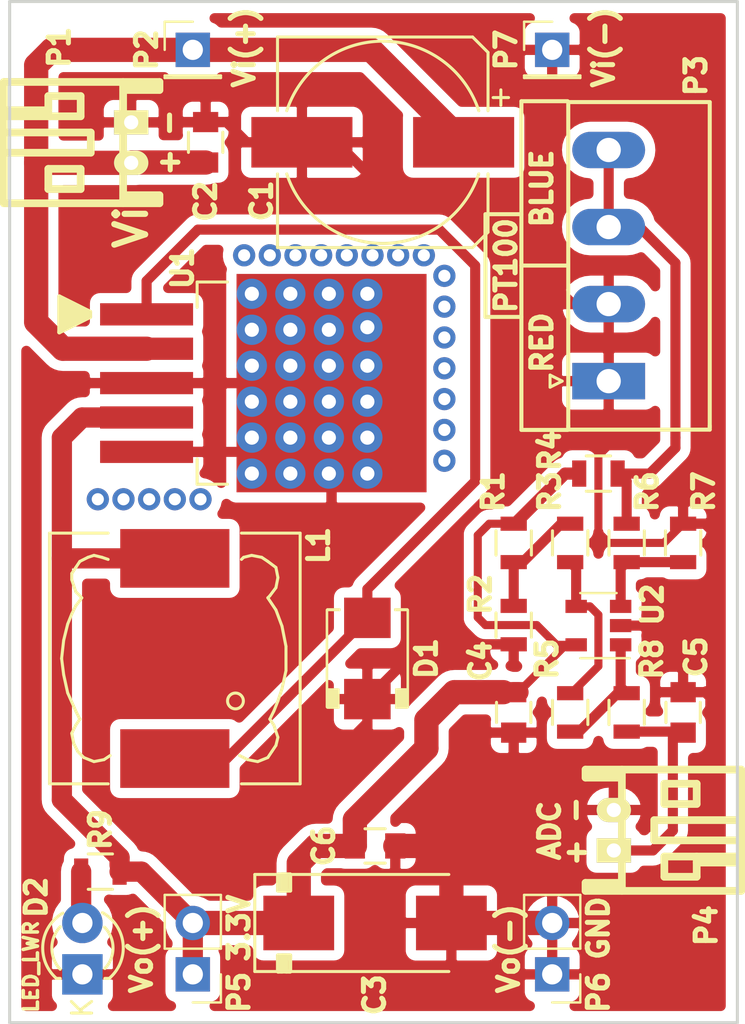
<source format=kicad_pcb>
(kicad_pcb (version 20160815) (host pcbnew no-vcs-found-7397~56~ubuntu16.04.1)

  (general
    (links 50)
    (no_connects 0)
    (area 89.322299 69.924999 130.2265 120.942143)
    (thickness 1.6)
    (drawings 53)
    (tracks 215)
    (zones 0)
    (modules 27)
    (nets 12)
  )

  (page A4)
  (layers
    (0 F.Cu signal)
    (31 B.Cu signal)
    (32 B.Adhes user)
    (33 F.Adhes user)
    (34 B.Paste user)
    (35 F.Paste user)
    (36 B.SilkS user)
    (37 F.SilkS user)
    (38 B.Mask user)
    (39 F.Mask user)
    (40 Dwgs.User user)
    (41 Cmts.User user)
    (42 Eco1.User user)
    (43 Eco2.User user)
    (44 Edge.Cuts user)
    (45 Margin user)
    (46 B.CrtYd user)
    (47 F.CrtYd user)
    (48 B.Fab user)
    (49 F.Fab user)
  )

  (setup
    (last_trace_width 0.5)
    (trace_clearance 0.2)
    (zone_clearance 0.508)
    (zone_45_only no)
    (trace_min 0.254)
    (segment_width 0.2)
    (edge_width 0.15)
    (via_size 1.1)
    (via_drill 0.6)
    (via_min_size 0.4)
    (via_min_drill 0.3)
    (uvia_size 0.3)
    (uvia_drill 0.1)
    (uvias_allowed no)
    (uvia_min_size 0.254)
    (uvia_min_drill 0.1)
    (pcb_text_width 0.3)
    (pcb_text_size 1.5 1.5)
    (mod_edge_width 0.15)
    (mod_text_size 1 1)
    (mod_text_width 0.15)
    (pad_size 1.524 1.524)
    (pad_drill 0.762)
    (pad_to_mask_clearance 0.2)
    (aux_axis_origin 0 0)
    (visible_elements FFFFFF7F)
    (pcbplotparams
      (layerselection 0x010f0_ffffffff)
      (usegerberextensions true)
      (excludeedgelayer true)
      (linewidth 0.100000)
      (plotframeref false)
      (viasonmask false)
      (mode 1)
      (useauxorigin false)
      (hpglpennumber 1)
      (hpglpenspeed 20)
      (hpglpendiameter 15)
      (psnegative false)
      (psa4output false)
      (plotreference true)
      (plotvalue true)
      (plotinvisibletext false)
      (padsonsilk false)
      (subtractmaskfromsilk false)
      (outputformat 1)
      (mirror false)
      (drillshape 0)
      (scaleselection 1)
      (outputdirectory assets/gerber/))
  )

  (net 0 "")
  (net 1 GND)
  (net 2 VCC)
  (net 3 +3V3)
  (net 4 /ADC)
  (net 5 "Net-(D1-Pad1)")
  (net 6 "Net-(D2-Pad2)")
  (net 7 /Blue)
  (net 8 "Net-(R1-Pad2)")
  (net 9 "Net-(R3-Pad1)")
  (net 10 "Net-(R5-Pad2)")
  (net 11 "Net-(R6-Pad1)")

  (net_class Default "This is the default net class."
    (clearance 0.2)
    (trace_width 0.5)
    (via_dia 1.1)
    (via_drill 0.6)
    (uvia_dia 0.3)
    (uvia_drill 0.1)
    (diff_pair_gap 0.25)
    (diff_pair_width 0.2)
    (add_net +3V3)
    (add_net /ADC)
    (add_net /Blue)
    (add_net GND)
    (add_net "Net-(D1-Pad1)")
    (add_net "Net-(D2-Pad2)")
    (add_net "Net-(R1-Pad2)")
    (add_net "Net-(R3-Pad1)")
    (add_net "Net-(R5-Pad2)")
    (add_net "Net-(R6-Pad1)")
    (add_net VCC)
  )

  (module Capacitors_Tantalum_SMD:Tantalum_Case-D_EIA-7343-31_Hand (layer F.Cu) (tedit 5874F707) (tstamp 5874BC2D)
    (at 108.077 115.57)
    (descr "Tantalum capacitor, Case D, EIA 7343-31, 7.3x4.3x2.8mm, Hand soldering footprint")
    (tags "capacitor tantalum smd")
    (path /5874951B)
    (attr smd)
    (fp_text reference C3 (at -0.0254 3.556 90) (layer F.SilkS)
      (effects (font (size 1 1) (thickness 0.25)))
    )
    (fp_text value 330uF/16V (at 0 3.9) (layer F.Fab) hide
      (effects (font (size 1 1) (thickness 0.15)))
    )
    (fp_line (start -5.95 -2.4) (end -5.95 2.4) (layer F.SilkS) (width 0.15))
    (fp_line (start -5.95 2.4) (end 3.65 2.4) (layer F.SilkS) (width 0.15))
    (fp_line (start -5.95 -2.4) (end 3.65 -2.4) (layer F.SilkS) (width 0.15))
    (fp_line (start -2.555 -2.15) (end -2.555 2.15) (layer F.Fab) (width 0.15))
    (fp_line (start -2.92 -2.15) (end -2.92 2.15) (layer F.Fab) (width 0.15))
    (fp_line (start 3.65 -2.15) (end -3.65 -2.15) (layer F.Fab) (width 0.15))
    (fp_line (start 3.65 2.15) (end 3.65 -2.15) (layer F.Fab) (width 0.15))
    (fp_line (start -3.65 2.15) (end 3.65 2.15) (layer F.Fab) (width 0.15))
    (fp_line (start -3.65 -2.15) (end -3.65 2.15) (layer F.Fab) (width 0.15))
    (fp_line (start 6.05 -2.5) (end -6.05 -2.5) (layer F.CrtYd) (width 0.05))
    (fp_line (start 6.05 2.5) (end 6.05 -2.5) (layer F.CrtYd) (width 0.05))
    (fp_line (start -6.05 2.5) (end 6.05 2.5) (layer F.CrtYd) (width 0.05))
    (fp_line (start -6.05 -2.5) (end -6.05 2.5) (layer F.CrtYd) (width 0.05))
    (fp_line (start -4.6 -2.4) (end -4.6 -1.6) (layer F.SilkS) (width 0.2))
    (fp_line (start -4.6 -1.6) (end -4.4 -1.6) (layer F.SilkS) (width 0.2))
    (fp_line (start -4.4 -1.6) (end -4.4 -2.4) (layer F.SilkS) (width 0.2))
    (fp_line (start -4.4 -2.4) (end -4.6 -2.4) (layer F.SilkS) (width 0.2))
    (fp_line (start -4.6 -2.4) (end -4.2 -2.4) (layer F.SilkS) (width 0.2))
    (fp_line (start -4.2 -2.4) (end -4.2 -1.6) (layer F.SilkS) (width 0.2))
    (fp_line (start -4.2 -1.6) (end -4.4 -1.6) (layer F.SilkS) (width 0.2))
    (fp_line (start -4.4 -1.6) (end -4.6 -1.6) (layer F.SilkS) (width 0.2))
    (fp_line (start -4.6 -1.6) (end -4.8 -1.6) (layer F.SilkS) (width 0.2))
    (fp_line (start -4.8 -1.6) (end -4.8 -2.4) (layer F.SilkS) (width 0.2))
    (fp_line (start -4.8 -2.4) (end -4.6 -2.4) (layer F.SilkS) (width 0.2))
    (fp_line (start -4.6 -2.4) (end -4.2 -2.4) (layer F.SilkS) (width 0.2))
    (fp_line (start -4.8 1.6) (end -4.8 2.4) (layer F.SilkS) (width 0.2))
    (fp_line (start -4.8 2.4) (end -4.6 2.4) (layer F.SilkS) (width 0.2))
    (fp_line (start -4.6 2.4) (end -4.6 1.6) (layer F.SilkS) (width 0.2))
    (fp_line (start -4.6 1.6) (end -4.4 1.6) (layer F.SilkS) (width 0.2))
    (fp_line (start -4.4 1.6) (end -4.4 2.4) (layer F.SilkS) (width 0.2))
    (fp_line (start -4.4 2.4) (end -4.2 2.4) (layer F.SilkS) (width 0.2))
    (fp_line (start -4.2 2.4) (end -4.2 1.6) (layer F.SilkS) (width 0.2))
    (fp_line (start -4.2 1.6) (end -4.8 1.6) (layer F.SilkS) (width 0.2))
    (fp_line (start -4.8 1.6) (end -4.8 2.4) (layer F.SilkS) (width 0.2))
    (fp_line (start -4.8 2.4) (end -4.2 2.4) (layer F.SilkS) (width 0.2))
    (pad 2 smd rect (at 3.775 0) (size 3.5 2.7) (layers F.Cu F.Paste F.Mask)
      (net 1 GND))
    (pad 1 smd rect (at -3.775 0) (size 3.5 2.7) (layers F.Cu F.Paste F.Mask)
      (net 3 +3V3))
    (model ${KIPRJMOD}/lib/c_tant_D.wrl
      (at (xyz 0 0 0))
      (scale (xyz 1 1 1))
      (rotate (xyz 0 0 180))
    )
  )

  (module Capacitors_SMD:c_elec_10x10.5 (layer F.Cu) (tedit 5874F3B9) (tstamp 58749A32)
    (at 108.458 76.962 180)
    (descr "SMT capacitor, aluminium electrolytic, 10x10.5")
    (path /58749519)
    (attr smd)
    (fp_text reference C1 (at 5.9944 -2.8956 270) (layer F.SilkS)
      (effects (font (size 1 1) (thickness 0.25)))
    )
    (fp_text value 470uF/50v (at 0 -6.4643 180) (layer F.Fab) hide
      (effects (font (size 1 1) (thickness 0.15)))
    )
    (fp_line (start -4.445 -5.207) (end 5.207 -5.207) (layer F.SilkS) (width 0.15))
    (fp_line (start -5.207 -4.445) (end -4.445 -5.207) (layer F.SilkS) (width 0.15))
    (fp_line (start -4.445 5.207) (end -5.207 4.445) (layer F.SilkS) (width 0.15))
    (fp_line (start 5.207 5.207) (end -4.445 5.207) (layer F.SilkS) (width 0.15))
    (fp_line (start 6.35 5.6) (end 6.35 -5.6) (layer F.CrtYd) (width 0.05))
    (fp_line (start -6.35 5.6) (end 6.35 5.6) (layer F.CrtYd) (width 0.05))
    (fp_line (start -6.35 -5.6) (end -6.35 5.6) (layer F.CrtYd) (width 0.05))
    (fp_line (start 6.35 -5.6) (end -6.35 -5.6) (layer F.CrtYd) (width 0.05))
    (fp_text user + (at -5.842 2.286 180) (layer F.SilkS)
      (effects (font (size 1 1) (thickness 0.15)))
    )
    (fp_text user + (at -2.9083 -0.0762 180) (layer F.Fab)
      (effects (font (size 1 1) (thickness 0.15)))
    )
    (fp_line (start 5.0546 -5.0546) (end -4.3815 -5.0546) (layer F.Fab) (width 0.15))
    (fp_line (start -4.3815 -5.0546) (end -5.0546 -4.3815) (layer F.Fab) (width 0.15))
    (fp_line (start -5.0546 -4.3815) (end -5.0546 4.3815) (layer F.Fab) (width 0.15))
    (fp_line (start -5.0546 4.3815) (end -4.3815 5.0546) (layer F.Fab) (width 0.15))
    (fp_line (start -4.3815 5.0546) (end 5.0546 5.0546) (layer F.Fab) (width 0.15))
    (fp_line (start 5.0546 5.0546) (end 5.0546 -5.0546) (layer F.Fab) (width 0.15))
    (fp_arc (start 0 0) (end -4.7498 -1.5621) (angle 143.5903069) (layer F.SilkS) (width 0.15))
    (fp_arc (start 0 0) (end 4.7498 1.5621) (angle 143.5903069) (layer F.SilkS) (width 0.15))
    (fp_line (start 5.207 -5.207) (end 5.207 -1.5621) (layer F.SilkS) (width 0.15))
    (fp_line (start 5.207 5.207) (end 5.207 1.5621) (layer F.SilkS) (width 0.15))
    (fp_line (start -5.207 4.445) (end -5.207 1.5621) (layer F.SilkS) (width 0.15))
    (fp_line (start -5.207 -4.445) (end -5.207 -1.5621) (layer F.SilkS) (width 0.15))
    (pad 2 smd rect (at 4 0) (size 5 2.5) (layers F.Cu F.Paste F.Mask)
      (net 1 GND))
    (pad 1 smd rect (at -4 0) (size 5 2.5) (layers F.Cu F.Paste F.Mask)
      (net 2 VCC))
    (model Capacitors_SMD.3dshapes/c_elec_10x10.5.wrl
      (at (xyz 0 0 0))
      (scale (xyz 1 1 1))
      (rotate (xyz 0 0 180))
    )
  )

  (module TO_SOT_Packages_SMD:TO-263-5Lead (layer F.Cu) (tedit 5874F350) (tstamp 58749C61)
    (at 96.774 88.871)
    (descr "D2PAK / TO-263 3-lead smd package")
    (tags "D2PAK D2PAK-3 TO-263AB TO-263")
    (path /58749518)
    (attr smd)
    (fp_text reference U1 (at 1.778 -5.686 90) (layer F.SilkS)
      (effects (font (size 1 1) (thickness 0.25)))
    )
    (fp_text value LM2595S-3.3 (at 14.85 -0.25 90) (layer F.Fab) hide
      (effects (font (size 1 1) (thickness 0.15)))
    )
    (fp_line (start 2.5 -5) (end 2.5 -3.75) (layer F.SilkS) (width 0.15))
    (fp_line (start 2.5 -5) (end 4 -5) (layer F.SilkS) (width 0.15))
    (fp_line (start 2.5 5) (end 4 5) (layer F.SilkS) (width 0.15))
    (fp_line (start 2.5 5) (end 2.5 3.75) (layer F.SilkS) (width 0.15))
    (fp_line (start -2.55 -5.65) (end -2.55 5.65) (layer F.CrtYd) (width 0.05))
    (fp_line (start 14.1 -5.65) (end -2.55 -5.65) (layer F.CrtYd) (width 0.05))
    (fp_line (start 14.1 -5.65) (end 14.1 5.65) (layer F.CrtYd) (width 0.05))
    (fp_line (start 14.1 5.65) (end -2.55 5.65) (layer F.CrtYd) (width 0.05))
    (pad 1 smd rect (at 0 -3.4) (size 4.6 1.1) (layers F.Cu F.Paste F.Mask)
      (net 5 "Net-(D1-Pad1)"))
    (pad 3 smd rect (at 0 0) (size 4.6 1.1) (layers F.Cu F.Paste F.Mask)
      (net 1 GND))
    (pad 3 smd rect (at 9.15 0) (size 9.4 10.8) (layers F.Cu F.Paste F.Mask)
      (net 1 GND))
    (pad 2 smd rect (at 0 -1.7) (size 4.6 1.1) (layers F.Cu F.Paste F.Mask)
      (net 2 VCC))
    (pad 4 smd rect (at 0 1.7) (size 4.6 1.1) (layers F.Cu F.Paste F.Mask)
      (net 3 +3V3))
    (pad 5 smd rect (at 0 3.4) (size 4.6 1.1) (layers F.Cu F.Paste F.Mask)
      (net 1 GND))
    (model TO_SOT_Packages_SMD.3dshapes/TO-263-5Lead.wrl
      (at (xyz 0 0 0))
      (scale (xyz 1 1 1))
      (rotate (xyz 0 0 90))
    )
  )

  (module Choke_SMD:Choke_SMD_12x12mm_h8mm (layer F.Cu) (tedit 5874F20A) (tstamp 58749B30)
    (at 98.171 102.489 90)
    (descr "Choke, SMD, 12x12mm 8mm height")
    (tags "Choke, SMD")
    (path /5874951C)
    (attr smd)
    (fp_text reference L1 (at 5.588 7.112 90) (layer F.SilkS)
      (effects (font (size 1 1) (thickness 0.25)))
    )
    (fp_text value 47uH/RH127-470 (at 0 8.89 90) (layer F.Fab) hide
      (effects (font (size 1 1) (thickness 0.15)))
    )
    (fp_line (start 6.20014 -6.20014) (end 6.20014 -3.29946) (layer F.SilkS) (width 0.15))
    (fp_line (start -6.20014 -6.20014) (end -6.20014 -3.29946) (layer F.SilkS) (width 0.15))
    (fp_line (start 6.20014 -6.20014) (end -6.20014 -6.20014) (layer F.SilkS) (width 0.15))
    (fp_line (start 6.20014 6.20014) (end 6.20014 3.29946) (layer F.SilkS) (width 0.15))
    (fp_line (start -6.20014 6.20014) (end 6.20014 6.20014) (layer F.SilkS) (width 0.15))
    (fp_line (start -6.20014 3.29946) (end -6.20014 6.20014) (layer F.SilkS) (width 0.15))
    (fp_line (start -5.00126 -3.50012) (end -4.8006 -3.2004) (layer F.SilkS) (width 0.15))
    (fp_line (start -5.10032 -4.0005) (end -5.00126 -3.50012) (layer F.SilkS) (width 0.15))
    (fp_line (start -4.89966 -4.50088) (end -5.10032 -4.0005) (layer F.SilkS) (width 0.15))
    (fp_line (start -4.59994 -4.8006) (end -4.89966 -4.50088) (layer F.SilkS) (width 0.15))
    (fp_line (start -4.20116 -5.00126) (end -4.59994 -4.8006) (layer F.SilkS) (width 0.15))
    (fp_line (start -3.70078 -5.10032) (end -4.20116 -5.00126) (layer F.SilkS) (width 0.15))
    (fp_line (start -3.29946 -4.89966) (end -3.70078 -5.10032) (layer F.SilkS) (width 0.15))
    (fp_line (start -2.99974 -4.699) (end -3.29946 -4.89966) (layer F.SilkS) (width 0.15))
    (fp_line (start -2.60096 -4.89966) (end -2.99974 -4.699) (layer F.SilkS) (width 0.15))
    (fp_line (start -1.69926 -5.30098) (end -2.60096 -4.89966) (layer F.SilkS) (width 0.15))
    (fp_line (start -0.8001 -5.4991) (end -1.69926 -5.30098) (layer F.SilkS) (width 0.15))
    (fp_line (start 0 -5.6007) (end -0.8001 -5.4991) (layer F.SilkS) (width 0.15))
    (fp_line (start 0.89916 -5.4991) (end 0 -5.6007) (layer F.SilkS) (width 0.15))
    (fp_line (start 1.69926 -5.30098) (end 0.89916 -5.4991) (layer F.SilkS) (width 0.15))
    (fp_line (start 2.19964 -5.10032) (end 1.69926 -5.30098) (layer F.SilkS) (width 0.15))
    (fp_line (start 2.60096 -4.89966) (end 2.19964 -5.10032) (layer F.SilkS) (width 0.15))
    (fp_line (start 2.99974 -4.59994) (end 2.60096 -4.89966) (layer F.SilkS) (width 0.15))
    (fp_line (start 3.29946 -4.89966) (end 2.99974 -4.59994) (layer F.SilkS) (width 0.15))
    (fp_line (start 3.59918 -5.00126) (end 3.29946 -4.89966) (layer F.SilkS) (width 0.15))
    (fp_line (start 3.8989 -5.10032) (end 3.59918 -5.00126) (layer F.SilkS) (width 0.15))
    (fp_line (start 4.20116 -5.10032) (end 3.8989 -5.10032) (layer F.SilkS) (width 0.15))
    (fp_line (start 4.50088 -4.89966) (end 4.20116 -5.10032) (layer F.SilkS) (width 0.15))
    (fp_line (start 4.8006 -4.699) (end 4.50088 -4.89966) (layer F.SilkS) (width 0.15))
    (fp_line (start 5.00126 -4.30022) (end 4.8006 -4.699) (layer F.SilkS) (width 0.15))
    (fp_line (start 5.10032 -4.0005) (end 5.00126 -4.30022) (layer F.SilkS) (width 0.15))
    (fp_line (start 5.00126 -3.59918) (end 5.10032 -4.0005) (layer F.SilkS) (width 0.15))
    (fp_line (start 4.89966 -3.29946) (end 5.00126 -3.59918) (layer F.SilkS) (width 0.15))
    (fp_line (start -5.00126 3.59918) (end -4.8006 3.2004) (layer F.SilkS) (width 0.15))
    (fp_line (start -5.10032 4.09956) (end -5.00126 3.59918) (layer F.SilkS) (width 0.15))
    (fp_line (start -4.89966 4.59994) (end -5.10032 4.09956) (layer F.SilkS) (width 0.15))
    (fp_line (start -4.59994 4.8006) (end -4.89966 4.59994) (layer F.SilkS) (width 0.15))
    (fp_line (start -4.30022 5.00126) (end -4.59994 4.8006) (layer F.SilkS) (width 0.15))
    (fp_line (start -3.8989 5.10032) (end -4.30022 5.00126) (layer F.SilkS) (width 0.15))
    (fp_line (start -3.29946 4.89966) (end -3.8989 5.10032) (layer F.SilkS) (width 0.15))
    (fp_line (start -2.99974 4.699) (end -3.29946 4.89966) (layer F.SilkS) (width 0.15))
    (fp_line (start -2.60096 4.89966) (end -2.99974 4.699) (layer F.SilkS) (width 0.15))
    (fp_line (start -2.10058 5.10032) (end -2.60096 4.89966) (layer F.SilkS) (width 0.15))
    (fp_line (start -1.50114 5.30098) (end -2.10058 5.10032) (layer F.SilkS) (width 0.15))
    (fp_line (start -0.59944 5.4991) (end -1.50114 5.30098) (layer F.SilkS) (width 0.15))
    (fp_line (start 0.59944 5.4991) (end -0.59944 5.4991) (layer F.SilkS) (width 0.15))
    (fp_line (start 1.6002 5.30098) (end 0.59944 5.4991) (layer F.SilkS) (width 0.15))
    (fp_line (start 2.4003 5.00126) (end 1.6002 5.30098) (layer F.SilkS) (width 0.15))
    (fp_line (start 2.99974 4.59994) (end 2.4003 5.00126) (layer F.SilkS) (width 0.15))
    (fp_line (start 3.0988 4.699) (end 2.99974 4.59994) (layer F.SilkS) (width 0.15))
    (fp_line (start 3.50012 5.00126) (end 3.0988 4.699) (layer F.SilkS) (width 0.15))
    (fp_line (start 4.0005 5.10032) (end 3.50012 5.00126) (layer F.SilkS) (width 0.15))
    (fp_line (start 4.50088 5.00126) (end 4.0005 5.10032) (layer F.SilkS) (width 0.15))
    (fp_line (start 4.8006 4.59994) (end 4.50088 5.00126) (layer F.SilkS) (width 0.15))
    (fp_line (start 5.00126 4.30022) (end 4.8006 4.59994) (layer F.SilkS) (width 0.15))
    (fp_line (start 5.10032 3.79984) (end 5.00126 4.30022) (layer F.SilkS) (width 0.15))
    (fp_line (start 5.00126 3.40106) (end 5.10032 3.79984) (layer F.SilkS) (width 0.15))
    (fp_line (start 4.89966 3.29946) (end 5.00126 3.40106) (layer F.SilkS) (width 0.15))
    (fp_circle (center -2.10058 2.99974) (end -1.80086 3.2512) (layer F.SilkS) (width 0.15))
    (fp_circle (center 0 0) (end 0.14986 0.14986) (layer F.Adhes) (width 0.381))
    (fp_circle (center 0 0) (end 0.55118 0) (layer F.Adhes) (width 0.381))
    (fp_circle (center 0 0) (end 0.89916 0) (layer F.Adhes) (width 0.381))
    (fp_line (start -6.858 6.604) (end -6.858 -6.604) (layer F.CrtYd) (width 0.05))
    (fp_line (start 6.858 6.604) (end -6.858 6.604) (layer F.CrtYd) (width 0.05))
    (fp_line (start 6.858 -6.604) (end 6.858 6.604) (layer F.CrtYd) (width 0.05))
    (fp_line (start -6.858 -6.604) (end 6.858 -6.604) (layer F.CrtYd) (width 0.05))
    (pad 2 smd rect (at 4.95046 0 90) (size 2.90068 5.40004) (layers F.Cu F.Paste F.Mask)
      (net 3 +3V3))
    (pad 1 smd rect (at -4.95046 0 90) (size 2.90068 5.40004) (layers F.Cu F.Paste F.Mask)
      (net 5 "Net-(D1-Pad1)"))
    (model Choke_SMD.3dshapes/Choke_SMD_12x12mm_h8mm.wrl
      (at (xyz 0 0 0))
      (scale (xyz 4 4 4))
      (rotate (xyz 0 0 0))
    )
  )

  (module lib:Domino-PT100.pretty (layer F.Cu) (tedit 5874F5FD) (tstamp 58749B66)
    (at 119.634 88.773 90)
    (descr "Generic Phoenix Contact connector footprint for series: MC-GF; number of pins: 04; pin pitch: 3.81mm; Angled; threaded flange || order number: 1827884 8A 160V")
    (tags "phoenix_contact connector MC_01x04_GF_3.81mm")
    (path /58749517)
    (fp_text reference P3 (at 15.113 4.318 90) (layer F.SilkS)
      (effects (font (size 1 1) (thickness 0.25)))
    )
    (fp_text value PT100 (at 5.715 9.5 90) (layer F.Fab) hide
      (effects (font (size 1 1) (thickness 0.15)))
    )
    (fp_line (start -0.3 -2.9) (end 0 -2.3) (layer F.SilkS) (width 0.15))
    (fp_line (start 0.3 -2.9) (end -0.3 -2.9) (layer F.SilkS) (width 0.15))
    (fp_line (start 0 -2.3) (end 0.3 -2.9) (layer F.SilkS) (width 0.15))
    (fp_line (start -2.3 5) (end 13.8 5) (layer F.SilkS) (width 0.2))
    (fp_line (start 13.8 -2) (end -2.3 -2) (layer F.SilkS) (width 0.2))
    (fp_line (start 13.8 -2) (end 13.8 4) (layer F.SilkS) (width 0.2))
    (fp_line (start -2.4 -2) (end -2.4 4) (layer F.SilkS) (width 0.2))
    (fp_line (start -2.4 -2) (end -2.2 -2) (layer F.SilkS) (width 0.2))
    (fp_line (start 13.8 4) (end 13.8 5) (layer F.SilkS) (width 0.2))
    (fp_line (start -2.4 4) (end -2.4 5) (layer F.SilkS) (width 0.2))
    (fp_line (start -2.4 5) (end -2.2 5) (layer F.SilkS) (width 0.2))
    (pad 4 thru_hole oval (at 11.43 0 90) (size 1.8 3.6) (drill 1.2) (layers *.Cu *.Mask)
      (net 7 /Blue))
    (pad 3 thru_hole oval (at 7.62 0 90) (size 1.8 3.6) (drill 1.2) (layers *.Cu *.Mask)
      (net 7 /Blue))
    (pad 2 thru_hole oval (at 3.81 0 90) (size 1.8 3.6) (drill 1.2) (layers *.Cu *.Mask)
      (net 1 GND))
    (pad 1 thru_hole rect (at 0 0 90) (size 1.8 3.6) (drill 1.2) (layers *.Cu *.Mask)
      (net 1 GND))
    (model /home/trinhduc/Desktop/kicadlibrary/walter/conn_screw/mstba_2,5-4-g-5,08.wrl
      (at (xyz 0.2244094488188977 -0 0))
      (scale (xyz 0.75 0.75 0.75))
      (rotate (xyz 0 0 180))
    )
  )

  (module Capacitors_SMD:C_0805 (layer F.Cu) (tedit 5874F39E) (tstamp 58749A42)
    (at 99.695 76.962 90)
    (descr "Capacitor SMD 0805, reflow soldering, AVX (see smccp.pdf)")
    (tags "capacitor 0805")
    (path /58749525)
    (attr smd)
    (fp_text reference C2 (at -2.921 0 90) (layer F.SilkS)
      (effects (font (size 1 1) (thickness 0.25)))
    )
    (fp_text value 10uF/16v (at 0 2.1 180) (layer F.Fab) hide
      (effects (font (size 1 1) (thickness 0.15)))
    )
    (fp_line (start -1 0.625) (end -1 -0.625) (layer F.Fab) (width 0.15))
    (fp_line (start 1 0.625) (end -1 0.625) (layer F.Fab) (width 0.15))
    (fp_line (start 1 -0.625) (end 1 0.625) (layer F.Fab) (width 0.15))
    (fp_line (start -1 -0.625) (end 1 -0.625) (layer F.Fab) (width 0.15))
    (fp_line (start -1.8 -1) (end 1.8 -1) (layer F.CrtYd) (width 0.05))
    (fp_line (start -1.8 1) (end 1.8 1) (layer F.CrtYd) (width 0.05))
    (fp_line (start -1.8 -1) (end -1.8 1) (layer F.CrtYd) (width 0.05))
    (fp_line (start 1.8 -1) (end 1.8 1) (layer F.CrtYd) (width 0.05))
    (fp_line (start 0.5 -0.85) (end -0.5 -0.85) (layer F.SilkS) (width 0.15))
    (fp_line (start -0.5 0.85) (end 0.5 0.85) (layer F.SilkS) (width 0.15))
    (pad 1 smd rect (at -1 0 90) (size 1 1.25) (layers F.Cu F.Paste F.Mask)
      (net 2 VCC))
    (pad 2 smd rect (at 1 0 90) (size 1 1.25) (layers F.Cu F.Paste F.Mask)
      (net 1 GND))
    (model Capacitors_SMD.3dshapes/C_0805.wrl
      (at (xyz 0 0 0))
      (scale (xyz 1 1 1))
      (rotate (xyz 0 0 0))
    )
  )

  (module Capacitors_SMD:C_0805 (layer F.Cu) (tedit 5874F485) (tstamp 58749A6E)
    (at 114.935 105.156 270)
    (descr "Capacitor SMD 0805, reflow soldering, AVX (see smccp.pdf)")
    (tags "capacitor 0805")
    (path /58749510)
    (attr smd)
    (fp_text reference C4 (at -2.54 1.651 270) (layer F.SilkS)
      (effects (font (size 1 1) (thickness 0.25)))
    )
    (fp_text value 10uF (at 0 2.1 270) (layer F.Fab) hide
      (effects (font (size 1 1) (thickness 0.15)))
    )
    (fp_line (start -1 0.625) (end -1 -0.625) (layer F.Fab) (width 0.15))
    (fp_line (start 1 0.625) (end -1 0.625) (layer F.Fab) (width 0.15))
    (fp_line (start 1 -0.625) (end 1 0.625) (layer F.Fab) (width 0.15))
    (fp_line (start -1 -0.625) (end 1 -0.625) (layer F.Fab) (width 0.15))
    (fp_line (start -1.8 -1) (end 1.8 -1) (layer F.CrtYd) (width 0.05))
    (fp_line (start -1.8 1) (end 1.8 1) (layer F.CrtYd) (width 0.05))
    (fp_line (start -1.8 -1) (end -1.8 1) (layer F.CrtYd) (width 0.05))
    (fp_line (start 1.8 -1) (end 1.8 1) (layer F.CrtYd) (width 0.05))
    (fp_line (start 0.5 -0.85) (end -0.5 -0.85) (layer F.SilkS) (width 0.15))
    (fp_line (start -0.5 0.85) (end 0.5 0.85) (layer F.SilkS) (width 0.15))
    (pad 1 smd rect (at -1 0 270) (size 1 1.25) (layers F.Cu F.Paste F.Mask)
      (net 3 +3V3))
    (pad 2 smd rect (at 1 0 270) (size 1 1.25) (layers F.Cu F.Paste F.Mask)
      (net 1 GND))
    (model Capacitors_SMD.3dshapes/C_0805.wrl
      (at (xyz 0 0 0))
      (scale (xyz 1 1 1))
      (rotate (xyz 0 0 0))
    )
  )

  (module Capacitors_SMD:C_0805 (layer F.Cu) (tedit 5874F479) (tstamp 58749A7E)
    (at 123.317 105.156 90)
    (descr "Capacitor SMD 0805, reflow soldering, AVX (see smccp.pdf)")
    (tags "capacitor 0805")
    (path /5874950A)
    (attr smd)
    (fp_text reference C5 (at 2.7432 0.635 90) (layer F.SilkS)
      (effects (font (size 1 1) (thickness 0.25)))
    )
    (fp_text value 10uF (at 0 2.1 90) (layer F.Fab) hide
      (effects (font (size 1 1) (thickness 0.15)))
    )
    (fp_line (start -0.5 0.85) (end 0.5 0.85) (layer F.SilkS) (width 0.15))
    (fp_line (start 0.5 -0.85) (end -0.5 -0.85) (layer F.SilkS) (width 0.15))
    (fp_line (start 1.8 -1) (end 1.8 1) (layer F.CrtYd) (width 0.05))
    (fp_line (start -1.8 -1) (end -1.8 1) (layer F.CrtYd) (width 0.05))
    (fp_line (start -1.8 1) (end 1.8 1) (layer F.CrtYd) (width 0.05))
    (fp_line (start -1.8 -1) (end 1.8 -1) (layer F.CrtYd) (width 0.05))
    (fp_line (start -1 -0.625) (end 1 -0.625) (layer F.Fab) (width 0.15))
    (fp_line (start 1 -0.625) (end 1 0.625) (layer F.Fab) (width 0.15))
    (fp_line (start 1 0.625) (end -1 0.625) (layer F.Fab) (width 0.15))
    (fp_line (start -1 0.625) (end -1 -0.625) (layer F.Fab) (width 0.15))
    (pad 2 smd rect (at 1 0 90) (size 1 1.25) (layers F.Cu F.Paste F.Mask)
      (net 1 GND))
    (pad 1 smd rect (at -1 0 90) (size 1 1.25) (layers F.Cu F.Paste F.Mask)
      (net 4 /ADC))
    (model Capacitors_SMD.3dshapes/C_0805.wrl
      (at (xyz 0 0 0))
      (scale (xyz 1 1 1))
      (rotate (xyz 0 0 0))
    )
  )

  (module Capacitors_SMD:C_0805 (layer F.Cu) (tedit 5874F32B) (tstamp 58749A8E)
    (at 108.077 111.76)
    (descr "Capacitor SMD 0805, reflow soldering, AVX (see smccp.pdf)")
    (tags "capacitor 0805")
    (path /5874951E)
    (attr smd)
    (fp_text reference C6 (at -2.54 0 90) (layer F.SilkS)
      (effects (font (size 1 1) (thickness 0.25)))
    )
    (fp_text value 10uF/16v (at 0 2.1) (layer F.Fab) hide
      (effects (font (size 1 1) (thickness 0.15)))
    )
    (fp_line (start -0.5 0.85) (end 0.5 0.85) (layer F.SilkS) (width 0.15))
    (fp_line (start 0.5 -0.85) (end -0.5 -0.85) (layer F.SilkS) (width 0.15))
    (fp_line (start 1.8 -1) (end 1.8 1) (layer F.CrtYd) (width 0.05))
    (fp_line (start -1.8 -1) (end -1.8 1) (layer F.CrtYd) (width 0.05))
    (fp_line (start -1.8 1) (end 1.8 1) (layer F.CrtYd) (width 0.05))
    (fp_line (start -1.8 -1) (end 1.8 -1) (layer F.CrtYd) (width 0.05))
    (fp_line (start -1 -0.625) (end 1 -0.625) (layer F.Fab) (width 0.15))
    (fp_line (start 1 -0.625) (end 1 0.625) (layer F.Fab) (width 0.15))
    (fp_line (start 1 0.625) (end -1 0.625) (layer F.Fab) (width 0.15))
    (fp_line (start -1 0.625) (end -1 -0.625) (layer F.Fab) (width 0.15))
    (pad 2 smd rect (at 1 0) (size 1 1.25) (layers F.Cu F.Paste F.Mask)
      (net 1 GND))
    (pad 1 smd rect (at -1 0) (size 1 1.25) (layers F.Cu F.Paste F.Mask)
      (net 3 +3V3))
    (model Capacitors_SMD.3dshapes/C_0805.wrl
      (at (xyz 0 0 0))
      (scale (xyz 1 1 1))
      (rotate (xyz 0 0 0))
    )
  )

  (module lib:do214aa-g (layer F.Cu) (tedit 5874F1FF) (tstamp 58749AD7)
    (at 107.696 102.489 270)
    (descr DO214AA)
    (path /5874951A)
    (fp_text reference D1 (at 0 -2.921 270) (layer F.SilkS)
      (effects (font (size 1 1) (thickness 0.25)))
    )
    (fp_text value SS34 (at 0 2.49936 270) (layer F.SilkS) hide
      (effects (font (size 0.50038 0.50038) (thickness 0.11938)))
    )
    (fp_line (start 2.4003 1.99898) (end -2.4003 1.99898) (layer F.SilkS) (width 0.127))
    (fp_line (start -2.4003 -1.99898) (end 2.4003 -1.99898) (layer F.SilkS) (width 0.127))
    (fp_line (start 2.40538 -1.9939) (end 2.4003 -2.0066) (layer F.SilkS) (width 0.1))
    (fp_line (start 2.4384 -1.9812) (end 2.4384 -1.4224) (layer F.SilkS) (width 0.1))
    (fp_line (start 2.3876 -1.9812) (end 2.4384 -1.4224) (layer F.SilkS) (width 0.1))
    (fp_line (start 2.4384 -1.4224) (end 2.3876 -1.4224) (layer F.SilkS) (width 0.1))
    (fp_line (start 2.3876 -1.4224) (end 2.3876 -1.9812) (layer F.SilkS) (width 0.1))
    (fp_line (start 2.3876 -1.9812) (end 2.286 -1.9812) (layer F.SilkS) (width 0.1))
    (fp_line (start 2.286 -1.9812) (end 2.286 -1.4224) (layer F.SilkS) (width 0.1))
    (fp_line (start 2.286 -1.4224) (end 2.3368 -1.4224) (layer F.SilkS) (width 0.1))
    (fp_line (start 2.3368 -1.4224) (end 2.3368 -1.9304) (layer F.SilkS) (width 0.1))
    (fp_line (start 2.3368 -1.9304) (end 1.524 -1.9304) (layer F.SilkS) (width 0.1))
    (fp_line (start 1.524 -1.9304) (end 1.524 -1.8288) (layer F.SilkS) (width 0.1))
    (fp_line (start 1.524 -1.8288) (end 2.2352 -1.8288) (layer F.SilkS) (width 0.1))
    (fp_line (start 2.2352 -1.8288) (end 2.2352 -1.8796) (layer F.SilkS) (width 0.1))
    (fp_line (start 2.2352 -1.8796) (end 1.5748 -1.8796) (layer F.SilkS) (width 0.1))
    (fp_line (start 1.5748 -1.8796) (end 1.524 -1.8796) (layer F.SilkS) (width 0.1))
    (fp_line (start 1.524 -1.8796) (end 1.524 -1.7272) (layer F.SilkS) (width 0.1))
    (fp_line (start 1.524 -1.7272) (end 2.2352 -1.7272) (layer F.SilkS) (width 0.1))
    (fp_line (start 2.2352 -1.7272) (end 2.2352 -1.778) (layer F.SilkS) (width 0.1))
    (fp_line (start 2.2352 -1.778) (end 1.6256 -1.778) (layer F.SilkS) (width 0.1))
    (fp_line (start 1.6256 -1.778) (end 1.524 -1.778) (layer F.SilkS) (width 0.1))
    (fp_line (start 1.524 -1.778) (end 1.524 -1.6764) (layer F.SilkS) (width 0.1))
    (fp_line (start 1.524 -1.6764) (end 2.2352 -1.6764) (layer F.SilkS) (width 0.1))
    (fp_line (start 2.2352 -1.6764) (end 2.2352 -1.5748) (layer F.SilkS) (width 0.1))
    (fp_line (start 2.2352 -1.5748) (end 1.524 -1.5748) (layer F.SilkS) (width 0.1))
    (fp_line (start 1.524 -1.5748) (end 1.524 -1.6256) (layer F.SilkS) (width 0.1))
    (fp_line (start 1.524 -1.6256) (end 2.1844 -1.6256) (layer F.SilkS) (width 0.1))
    (fp_line (start 2.1844 -1.6256) (end 2.2352 -1.6256) (layer F.SilkS) (width 0.1))
    (fp_line (start 2.2352 -1.6256) (end 2.2352 -1.4224) (layer F.SilkS) (width 0.1))
    (fp_line (start 2.2352 -1.4224) (end 1.524 -1.4224) (layer F.SilkS) (width 0.1))
    (fp_line (start 1.524 -1.4224) (end 1.524 -1.6764) (layer F.SilkS) (width 0.1))
    (fp_line (start 1.524 -1.6764) (end 1.524 -1.524) (layer F.SilkS) (width 0.1))
    (fp_line (start 1.524 -1.524) (end 2.1844 -1.524) (layer F.SilkS) (width 0.1))
    (fp_line (start 2.1844 -1.524) (end 2.1844 -1.4732) (layer F.SilkS) (width 0.1))
    (fp_line (start 2.1844 -1.4732) (end 1.5748 -1.4732) (layer F.SilkS) (width 0.1))
    (fp_line (start 1.5748 -1.4732) (end 2.4384 -1.4732) (layer F.SilkS) (width 0.1))
    (fp_line (start 2.4384 -1.4224) (end 1.524 -1.4224) (layer F.SilkS) (width 0.1))
    (fp_line (start 2.4384 1.9812) (end 2.4384 1.8796) (layer F.SilkS) (width 0.1))
    (fp_line (start 2.4384 1.8796) (end 2.4384 1.9304) (layer F.SilkS) (width 0.1))
    (fp_line (start 2.4384 1.9304) (end 1.524 1.9304) (layer F.SilkS) (width 0.1))
    (fp_line (start 1.524 1.9304) (end 1.524 1.8796) (layer F.SilkS) (width 0.1))
    (fp_line (start 1.524 1.8796) (end 2.4384 1.8796) (layer F.SilkS) (width 0.1))
    (fp_line (start 2.4384 1.8796) (end 2.4384 1.8288) (layer F.SilkS) (width 0.1))
    (fp_line (start 2.4384 1.8288) (end 1.524 1.8288) (layer F.SilkS) (width 0.1))
    (fp_line (start 1.524 1.8288) (end 1.524 1.778) (layer F.SilkS) (width 0.1))
    (fp_line (start 1.524 1.778) (end 2.4384 1.778) (layer F.SilkS) (width 0.1))
    (fp_line (start 2.4384 1.778) (end 2.4384 1.7272) (layer F.SilkS) (width 0.1))
    (fp_line (start 2.4384 1.7272) (end 1.524 1.7272) (layer F.SilkS) (width 0.1))
    (fp_line (start 1.524 1.7272) (end 1.524 1.6764) (layer F.SilkS) (width 0.1))
    (fp_line (start 1.524 1.6764) (end 2.4384 1.6764) (layer F.SilkS) (width 0.1))
    (fp_line (start 2.4384 1.6764) (end 2.4384 1.6256) (layer F.SilkS) (width 0.1))
    (fp_line (start 2.4384 1.6256) (end 1.524 1.6256) (layer F.SilkS) (width 0.1))
    (fp_line (start 1.524 1.6256) (end 1.524 1.5748) (layer F.SilkS) (width 0.1))
    (fp_line (start 1.524 1.5748) (end 2.4384 1.5748) (layer F.SilkS) (width 0.1))
    (fp_line (start 2.4384 1.5748) (end 2.4384 1.524) (layer F.SilkS) (width 0.1))
    (fp_line (start 2.4384 1.524) (end 1.524 1.524) (layer F.SilkS) (width 0.1))
    (fp_line (start 1.524 1.524) (end 1.524 1.4732) (layer F.SilkS) (width 0.1))
    (fp_line (start 1.524 1.4732) (end 2.4384 1.4732) (layer F.SilkS) (width 0.1))
    (fp_line (start 2.4384 1.4732) (end 2.4384 1.4224) (layer F.SilkS) (width 0.1))
    (fp_line (start 2.4384 1.4224) (end 1.524 1.4224) (layer F.SilkS) (width 0.1))
    (fp_line (start -2.4384 -1.9812) (end -2.4384 -1.3716) (layer F.SilkS) (width 0.1))
    (fp_line (start -2.4384 -1.3716) (end -2.3876 -1.3716) (layer F.SilkS) (width 0.1))
    (fp_line (start -2.3876 -1.3716) (end -2.3876 -1.9812) (layer F.SilkS) (width 0.1))
    (fp_line (start -2.4384 1.9812) (end -2.4384 1.3716) (layer F.SilkS) (width 0.1))
    (fp_line (start -2.4384 1.3716) (end -2.3876 1.3716) (layer F.SilkS) (width 0.1))
    (fp_line (start -2.3876 1.3716) (end -2.3876 1.9812) (layer F.SilkS) (width 0.1))
    (pad 2 smd rect (at 2.00914 0 270) (size 1.99898 2.30124) (layers F.Cu F.Paste F.Mask)
      (net 1 GND))
    (pad 1 smd rect (at -2.00914 0 270) (size 1.99898 2.30124) (layers F.Cu F.Paste F.Mask)
      (net 5 "Net-(D1-Pad1)"))
    (model ${KIPRJMOD}/lib/do214aa.wrl
      (at (xyz 0 0 0))
      (scale (xyz 1 1 1))
      (rotate (xyz 0 0 0))
    )
  )

  (module LEDs:LED-3MM (layer F.Cu) (tedit 5874F32F) (tstamp 58749AE8)
    (at 93.599 118.11 90)
    (descr "LED 3mm round vertical")
    (tags "LED  3mm round vertical")
    (path /58749526)
    (fp_text reference D2 (at 3.81 -2.286 270) (layer F.SilkS)
      (effects (font (size 1 1) (thickness 0.25)))
    )
    (fp_text value LED_Small (at 1.3 -2.9 90) (layer F.Fab) hide
      (effects (font (size 1 1) (thickness 0.15)))
    )
    (fp_text user K (at -1.651 0 90) (layer F.SilkS)
      (effects (font (size 1 1) (thickness 0.15)))
    )
    (fp_arc (start 1.301 0.034) (end 2.335 1.094) (angle 87.5) (layer F.SilkS) (width 0.15))
    (fp_arc (start 1.311 0.034) (end 3.051 0.994) (angle 110) (layer F.SilkS) (width 0.15))
    (fp_arc (start 1.301 0.034) (end 0.25 -1.1) (angle 85.7) (layer F.SilkS) (width 0.15))
    (fp_arc (start 1.301 0.034) (end -0.199 -1.286) (angle 108.5) (layer F.SilkS) (width 0.15))
    (fp_line (start -0.199 -1.28) (end -0.199 -1.1) (layer F.SilkS) (width 0.15))
    (fp_line (start -0.199 1.314) (end -0.199 1.114) (layer F.SilkS) (width 0.15))
    (fp_line (start -1.2 -2.2) (end -1.2 2.3) (layer F.CrtYd) (width 0.05))
    (fp_line (start 3.8 -2.2) (end -1.2 -2.2) (layer F.CrtYd) (width 0.05))
    (fp_line (start 3.8 2.3) (end 3.8 -2.2) (layer F.CrtYd) (width 0.05))
    (fp_line (start -1.2 2.3) (end 3.8 2.3) (layer F.CrtYd) (width 0.05))
    (pad 2 thru_hole circle (at 2.54 0 90) (size 2 2) (drill 1.00076) (layers *.Cu *.Mask)
      (net 6 "Net-(D2-Pad2)"))
    (pad 1 thru_hole rect (at 0 0 180) (size 2 2) (drill 1.00076) (layers *.Cu *.Mask)
      (net 1 GND))
    (model LEDs.3dshapes/LED-3MM.wrl
      (at (xyz 0.05 0 0))
      (scale (xyz 1 1 1))
      (rotate (xyz 0 0 90))
    )
  )

  (module Pin_Headers:Pin_Header_Straight_1x01_Pitch2.54mm (layer F.Cu) (tedit 5874F3A3) (tstamp 58749B57)
    (at 99.06 72.39)
    (descr "Through hole straight pin header, 1x01, 2.54mm pitch, single row")
    (tags "Through hole pin header THT 1x01 2.54mm single row")
    (path /58749F20)
    (fp_text reference P2 (at -2.286 0 90) (layer F.SilkS)
      (effects (font (size 1 1) (thickness 0.25)))
    )
    (fp_text value "Vin(+)" (at 0 2.39) (layer F.Fab) hide
      (effects (font (size 1 1) (thickness 0.15)))
    )
    (fp_line (start -1.27 -1.27) (end -1.27 1.27) (layer F.Fab) (width 0.1))
    (fp_line (start -1.27 1.27) (end 1.27 1.27) (layer F.Fab) (width 0.1))
    (fp_line (start 1.27 1.27) (end 1.27 -1.27) (layer F.Fab) (width 0.1))
    (fp_line (start 1.27 -1.27) (end -1.27 -1.27) (layer F.Fab) (width 0.1))
    (fp_line (start -1.39 1.27) (end -1.39 1.39) (layer F.SilkS) (width 0.12))
    (fp_line (start -1.39 1.39) (end 1.39 1.39) (layer F.SilkS) (width 0.12))
    (fp_line (start 1.39 1.39) (end 1.39 1.27) (layer F.SilkS) (width 0.12))
    (fp_line (start 1.39 1.27) (end -1.39 1.27) (layer F.SilkS) (width 0.12))
    (fp_line (start -1.39 0) (end -1.39 -1.39) (layer F.SilkS) (width 0.12))
    (fp_line (start -1.39 -1.39) (end 0 -1.39) (layer F.SilkS) (width 0.12))
    (fp_line (start -1.6 -1.6) (end -1.6 1.6) (layer F.CrtYd) (width 0.05))
    (fp_line (start -1.6 1.6) (end 1.6 1.6) (layer F.CrtYd) (width 0.05))
    (fp_line (start 1.6 1.6) (end 1.6 -1.6) (layer F.CrtYd) (width 0.05))
    (fp_line (start 1.6 -1.6) (end -1.6 -1.6) (layer F.CrtYd) (width 0.05))
    (pad 1 thru_hole rect (at 0 0) (size 1.7 1.7) (drill 1) (layers *.Cu *.Mask)
      (net 2 VCC))
    (model Pin_Headers.3dshapes/Pin_Header_Straight_1x01_Pitch2.54mm.wrl
      (at (xyz 0 0 0))
      (scale (xyz 1 1 1))
      (rotate (xyz 0 0 90))
    )
  )

  (module lib:s2b-ph-kl (layer F.Cu) (tedit 5874F766) (tstamp 58749B84)
    (at 119.888 110.98276 90)
    (descr "JST PH series connector, S2B-PH-KL")
    (path /58749515)
    (fp_text reference P4 (at -4.71424 4.572 90) (layer F.SilkS)
      (effects (font (size 1 1) (thickness 0.25)))
    )
    (fp_text value ADC (at -0.01524 -3.175 90) (layer F.SilkS)
      (effects (font (size 1 1) (thickness 0.25)))
    )
    (fp_line (start -1.30048 4.09956) (end -1.30048 6.2992) (layer F.SilkS) (width 0.381))
    (fp_line (start -1.30048 6.2992) (end -1.6002 6.2992) (layer F.SilkS) (width 0.381))
    (fp_line (start -1.6002 6.2992) (end -1.6002 4.09956) (layer F.SilkS) (width 0.381))
    (fp_line (start 0.50038 1.99898) (end 0.50038 6.2992) (layer F.SilkS) (width 0.381))
    (fp_line (start -0.50038 1.99898) (end -0.50038 6.2992) (layer F.SilkS) (width 0.381))
    (fp_line (start 0.50038 1.99898) (end -0.50038 1.99898) (layer F.SilkS) (width 0.381))
    (fp_line (start 1.29794 4.09956) (end 1.29794 2.49936) (layer F.SilkS) (width 0.381))
    (fp_line (start 2.2987 4.09956) (end 1.29794 4.09956) (layer F.SilkS) (width 0.381))
    (fp_line (start 2.2987 2.49936) (end 2.2987 4.09956) (layer F.SilkS) (width 0.381))
    (fp_line (start 1.29794 2.49936) (end 2.2987 2.49936) (layer F.SilkS) (width 0.381))
    (fp_line (start -2.30124 2.49936) (end -1.30048 2.49936) (layer F.SilkS) (width 0.381))
    (fp_line (start -1.30048 2.49936) (end -1.30048 4.09956) (layer F.SilkS) (width 0.381))
    (fp_line (start -1.30048 4.09956) (end -2.30124 4.09956) (layer F.SilkS) (width 0.381))
    (fp_line (start -2.30124 4.09956) (end -2.30124 2.49936) (layer F.SilkS) (width 0.381))
    (fp_line (start 2.99974 0.39878) (end -2.99974 0.39878) (layer F.SilkS) (width 0.381))
    (fp_line (start 2.79908 -1.39954) (end 2.79908 0.39878) (layer F.SilkS) (width 0.381))
    (fp_line (start -2.79908 -1.39954) (end -2.79908 0.39878) (layer F.SilkS) (width 0.381))
    (fp_line (start -2.99974 6.2992) (end 2.99974 6.2992) (layer F.SilkS) (width 0.381))
    (fp_line (start 2.99974 6.2992) (end 2.99974 -1.39954) (layer F.SilkS) (width 0.381))
    (fp_line (start 2.99974 -1.39954) (end 2.60096 -1.39954) (layer F.SilkS) (width 0.381))
    (fp_line (start 2.60096 -1.39954) (end 2.60096 0.39878) (layer F.SilkS) (width 0.381))
    (fp_line (start -2.60096 0.39878) (end -2.60096 -1.39954) (layer F.SilkS) (width 0.381))
    (fp_line (start -2.60096 -1.39954) (end -2.99974 -1.39954) (layer F.SilkS) (width 0.381))
    (fp_line (start -2.99974 -1.39954) (end -2.99974 6.2992) (layer F.SilkS) (width 0.381))
    (pad 1 thru_hole rect (at -1.00076 0 90) (size 1.19888 1.69926) (drill 0.70104) (layers *.Cu *.Mask F.SilkS)
      (net 4 /ADC))
    (pad 2 thru_hole oval (at 1.00076 0 90) (size 1.19888 1.69926) (drill 0.70104) (layers *.Cu *.Mask F.SilkS)
      (net 1 GND))
    (model ${KIPRJMOD}/lib/s2b-ph-kl.wrl
      (at (xyz 0 0 0))
      (scale (xyz 1 1 1))
      (rotate (xyz 0 0 0))
    )
  )

  (module Pin_Headers:Pin_Header_Straight_1x01_Pitch2.54mm (layer F.Cu) (tedit 5874F3D3) (tstamp 58749BBF)
    (at 116.84 72.39)
    (descr "Through hole straight pin header, 1x01, 2.54mm pitch, single row")
    (tags "Through hole pin header THT 1x01 2.54mm single row")
    (path /5874A02C)
    (fp_text reference P7 (at -2.286 0 90) (layer F.SilkS)
      (effects (font (size 1 1) (thickness 0.25)))
    )
    (fp_text value "Vin(-)" (at 0 2.39) (layer F.Fab) hide
      (effects (font (size 1 1) (thickness 0.15)))
    )
    (fp_line (start 1.6 -1.6) (end -1.6 -1.6) (layer F.CrtYd) (width 0.05))
    (fp_line (start 1.6 1.6) (end 1.6 -1.6) (layer F.CrtYd) (width 0.05))
    (fp_line (start -1.6 1.6) (end 1.6 1.6) (layer F.CrtYd) (width 0.05))
    (fp_line (start -1.6 -1.6) (end -1.6 1.6) (layer F.CrtYd) (width 0.05))
    (fp_line (start -1.39 -1.39) (end 0 -1.39) (layer F.SilkS) (width 0.12))
    (fp_line (start -1.39 0) (end -1.39 -1.39) (layer F.SilkS) (width 0.12))
    (fp_line (start 1.39 1.27) (end -1.39 1.27) (layer F.SilkS) (width 0.12))
    (fp_line (start 1.39 1.39) (end 1.39 1.27) (layer F.SilkS) (width 0.12))
    (fp_line (start -1.39 1.39) (end 1.39 1.39) (layer F.SilkS) (width 0.12))
    (fp_line (start -1.39 1.27) (end -1.39 1.39) (layer F.SilkS) (width 0.12))
    (fp_line (start 1.27 -1.27) (end -1.27 -1.27) (layer F.Fab) (width 0.1))
    (fp_line (start 1.27 1.27) (end 1.27 -1.27) (layer F.Fab) (width 0.1))
    (fp_line (start -1.27 1.27) (end 1.27 1.27) (layer F.Fab) (width 0.1))
    (fp_line (start -1.27 -1.27) (end -1.27 1.27) (layer F.Fab) (width 0.1))
    (pad 1 thru_hole rect (at 0 0) (size 1.7 1.7) (drill 1) (layers *.Cu *.Mask)
      (net 1 GND))
    (model Pin_Headers.3dshapes/Pin_Header_Straight_1x01_Pitch2.54mm.wrl
      (at (xyz 0 0 0))
      (scale (xyz 1 1 1))
      (rotate (xyz 0 0 90))
    )
  )

  (module Resistors_SMD:R_0805 (layer F.Cu) (tedit 5874F4B7) (tstamp 58749BCF)
    (at 114.935 96.774 270)
    (descr "Resistor SMD 0805, reflow soldering, Vishay (see dcrcw.pdf)")
    (tags "resistor 0805")
    (path /58749504)
    (attr smd)
    (fp_text reference R1 (at -2.54 1.016 270) (layer F.SilkS)
      (effects (font (size 1 1) (thickness 0.25)))
    )
    (fp_text value 3.3K/1% (at 0 2.1 270) (layer F.Fab) hide
      (effects (font (size 1 1) (thickness 0.15)))
    )
    (fp_line (start -0.6 -0.875) (end 0.6 -0.875) (layer F.SilkS) (width 0.15))
    (fp_line (start 0.6 0.875) (end -0.6 0.875) (layer F.SilkS) (width 0.15))
    (fp_line (start 1.6 -1) (end 1.6 1) (layer F.CrtYd) (width 0.05))
    (fp_line (start -1.6 -1) (end -1.6 1) (layer F.CrtYd) (width 0.05))
    (fp_line (start -1.6 1) (end 1.6 1) (layer F.CrtYd) (width 0.05))
    (fp_line (start -1.6 -1) (end 1.6 -1) (layer F.CrtYd) (width 0.05))
    (fp_line (start -1 -0.625) (end 1 -0.625) (layer F.Fab) (width 0.1))
    (fp_line (start 1 -0.625) (end 1 0.625) (layer F.Fab) (width 0.1))
    (fp_line (start 1 0.625) (end -1 0.625) (layer F.Fab) (width 0.1))
    (fp_line (start -1 0.625) (end -1 -0.625) (layer F.Fab) (width 0.1))
    (pad 2 smd rect (at 0.95 0 270) (size 0.7 1.3) (layers F.Cu F.Paste F.Mask)
      (net 8 "Net-(R1-Pad2)"))
    (pad 1 smd rect (at -0.95 0 270) (size 0.7 1.3) (layers F.Cu F.Paste F.Mask)
      (net 3 +3V3))
    (model Resistors_SMD.3dshapes/R_0805.wrl
      (at (xyz 0 0 0))
      (scale (xyz 1 1 1))
      (rotate (xyz 0 0 0))
    )
  )

  (module Resistors_SMD:R_0805 (layer F.Cu) (tedit 5874F488) (tstamp 58749BDF)
    (at 114.935 100.838 270)
    (descr "Resistor SMD 0805, reflow soldering, Vishay (see dcrcw.pdf)")
    (tags "resistor 0805")
    (path /5874950C)
    (attr smd)
    (fp_text reference R2 (at -1.524 1.651 270) (layer F.SilkS)
      (effects (font (size 1 1) (thickness 0.25)))
    )
    (fp_text value 100R/1% (at 0 2.1 270) (layer F.Fab) hide
      (effects (font (size 1 1) (thickness 0.15)))
    )
    (fp_line (start -0.6 -0.875) (end 0.6 -0.875) (layer F.SilkS) (width 0.15))
    (fp_line (start 0.6 0.875) (end -0.6 0.875) (layer F.SilkS) (width 0.15))
    (fp_line (start 1.6 -1) (end 1.6 1) (layer F.CrtYd) (width 0.05))
    (fp_line (start -1.6 -1) (end -1.6 1) (layer F.CrtYd) (width 0.05))
    (fp_line (start -1.6 1) (end 1.6 1) (layer F.CrtYd) (width 0.05))
    (fp_line (start -1.6 -1) (end 1.6 -1) (layer F.CrtYd) (width 0.05))
    (fp_line (start -1 -0.625) (end 1 -0.625) (layer F.Fab) (width 0.1))
    (fp_line (start 1 -0.625) (end 1 0.625) (layer F.Fab) (width 0.1))
    (fp_line (start 1 0.625) (end -1 0.625) (layer F.Fab) (width 0.1))
    (fp_line (start -1 0.625) (end -1 -0.625) (layer F.Fab) (width 0.1))
    (pad 2 smd rect (at 0.95 0 270) (size 0.7 1.3) (layers F.Cu F.Paste F.Mask)
      (net 1 GND))
    (pad 1 smd rect (at -0.95 0 270) (size 0.7 1.3) (layers F.Cu F.Paste F.Mask)
      (net 8 "Net-(R1-Pad2)"))
    (model Resistors_SMD.3dshapes/R_0805.wrl
      (at (xyz 0 0 0))
      (scale (xyz 1 1 1))
      (rotate (xyz 0 0 0))
    )
  )

  (module Resistors_SMD:R_0805 (layer F.Cu) (tedit 5874F4BB) (tstamp 58749BEF)
    (at 117.729 96.774 90)
    (descr "Resistor SMD 0805, reflow soldering, Vishay (see dcrcw.pdf)")
    (tags "resistor 0805")
    (path /5874950D)
    (attr smd)
    (fp_text reference R3 (at 2.54 -1.016 90) (layer F.SilkS)
      (effects (font (size 1 1) (thickness 0.25)))
    )
    (fp_text value 16.9K/1% (at 0 2.1 90) (layer F.Fab) hide
      (effects (font (size 1 1) (thickness 0.15)))
    )
    (fp_line (start -1 0.625) (end -1 -0.625) (layer F.Fab) (width 0.1))
    (fp_line (start 1 0.625) (end -1 0.625) (layer F.Fab) (width 0.1))
    (fp_line (start 1 -0.625) (end 1 0.625) (layer F.Fab) (width 0.1))
    (fp_line (start -1 -0.625) (end 1 -0.625) (layer F.Fab) (width 0.1))
    (fp_line (start -1.6 -1) (end 1.6 -1) (layer F.CrtYd) (width 0.05))
    (fp_line (start -1.6 1) (end 1.6 1) (layer F.CrtYd) (width 0.05))
    (fp_line (start -1.6 -1) (end -1.6 1) (layer F.CrtYd) (width 0.05))
    (fp_line (start 1.6 -1) (end 1.6 1) (layer F.CrtYd) (width 0.05))
    (fp_line (start 0.6 0.875) (end -0.6 0.875) (layer F.SilkS) (width 0.15))
    (fp_line (start -0.6 -0.875) (end 0.6 -0.875) (layer F.SilkS) (width 0.15))
    (pad 1 smd rect (at -0.95 0 90) (size 0.7 1.3) (layers F.Cu F.Paste F.Mask)
      (net 9 "Net-(R3-Pad1)"))
    (pad 2 smd rect (at 0.95 0 90) (size 0.7 1.3) (layers F.Cu F.Paste F.Mask)
      (net 8 "Net-(R1-Pad2)"))
    (model Resistors_SMD.3dshapes/R_0805.wrl
      (at (xyz 0 0 0))
      (scale (xyz 1 1 1))
      (rotate (xyz 0 0 0))
    )
  )

  (module Resistors_SMD:R_0805 (layer F.Cu) (tedit 5874F4C8) (tstamp 58749BFF)
    (at 119.126 93.345)
    (descr "Resistor SMD 0805, reflow soldering, Vishay (see dcrcw.pdf)")
    (tags "resistor 0805")
    (path /5874950B)
    (attr smd)
    (fp_text reference R4 (at -2.413 -1.143 90) (layer F.SilkS)
      (effects (font (size 1 1) (thickness 0.25)))
    )
    (fp_text value 3.3K/1% (at 0 2.1) (layer F.Fab) hide
      (effects (font (size 1 1) (thickness 0.15)))
    )
    (fp_line (start -1 0.625) (end -1 -0.625) (layer F.Fab) (width 0.1))
    (fp_line (start 1 0.625) (end -1 0.625) (layer F.Fab) (width 0.1))
    (fp_line (start 1 -0.625) (end 1 0.625) (layer F.Fab) (width 0.1))
    (fp_line (start -1 -0.625) (end 1 -0.625) (layer F.Fab) (width 0.1))
    (fp_line (start -1.6 -1) (end 1.6 -1) (layer F.CrtYd) (width 0.05))
    (fp_line (start -1.6 1) (end 1.6 1) (layer F.CrtYd) (width 0.05))
    (fp_line (start -1.6 -1) (end -1.6 1) (layer F.CrtYd) (width 0.05))
    (fp_line (start 1.6 -1) (end 1.6 1) (layer F.CrtYd) (width 0.05))
    (fp_line (start 0.6 0.875) (end -0.6 0.875) (layer F.SilkS) (width 0.15))
    (fp_line (start -0.6 -0.875) (end 0.6 -0.875) (layer F.SilkS) (width 0.15))
    (pad 1 smd rect (at -0.95 0) (size 0.7 1.3) (layers F.Cu F.Paste F.Mask)
      (net 3 +3V3))
    (pad 2 smd rect (at 0.95 0) (size 0.7 1.3) (layers F.Cu F.Paste F.Mask)
      (net 7 /Blue))
    (model Resistors_SMD.3dshapes/R_0805.wrl
      (at (xyz 0 0 0))
      (scale (xyz 1 1 1))
      (rotate (xyz 0 0 0))
    )
  )

  (module Resistors_SMD:R_0805 (layer F.Cu) (tedit 5874F47C) (tstamp 58749C0F)
    (at 117.729 105.156 270)
    (descr "Resistor SMD 0805, reflow soldering, Vishay (see dcrcw.pdf)")
    (tags "resistor 0805")
    (path /5874950E)
    (attr smd)
    (fp_text reference R5 (at -2.6416 1.143 270) (layer F.SilkS)
      (effects (font (size 1 1) (thickness 0.25)))
    )
    (fp_text value 1M/1% (at 0 2.1 270) (layer F.Fab) hide
      (effects (font (size 1 1) (thickness 0.15)))
    )
    (fp_line (start -0.6 -0.875) (end 0.6 -0.875) (layer F.SilkS) (width 0.15))
    (fp_line (start 0.6 0.875) (end -0.6 0.875) (layer F.SilkS) (width 0.15))
    (fp_line (start 1.6 -1) (end 1.6 1) (layer F.CrtYd) (width 0.05))
    (fp_line (start -1.6 -1) (end -1.6 1) (layer F.CrtYd) (width 0.05))
    (fp_line (start -1.6 1) (end 1.6 1) (layer F.CrtYd) (width 0.05))
    (fp_line (start -1.6 -1) (end 1.6 -1) (layer F.CrtYd) (width 0.05))
    (fp_line (start -1 -0.625) (end 1 -0.625) (layer F.Fab) (width 0.1))
    (fp_line (start 1 -0.625) (end 1 0.625) (layer F.Fab) (width 0.1))
    (fp_line (start 1 0.625) (end -1 0.625) (layer F.Fab) (width 0.1))
    (fp_line (start -1 0.625) (end -1 -0.625) (layer F.Fab) (width 0.1))
    (pad 2 smd rect (at 0.95 0 270) (size 0.7 1.3) (layers F.Cu F.Paste F.Mask)
      (net 10 "Net-(R5-Pad2)"))
    (pad 1 smd rect (at -0.95 0 270) (size 0.7 1.3) (layers F.Cu F.Paste F.Mask)
      (net 9 "Net-(R3-Pad1)"))
    (model Resistors_SMD.3dshapes/R_0805.wrl
      (at (xyz 0 0 0))
      (scale (xyz 1 1 1))
      (rotate (xyz 0 0 0))
    )
  )

  (module Resistors_SMD:R_0805 (layer F.Cu) (tedit 5874F4BF) (tstamp 58749C1F)
    (at 120.523 96.774 90)
    (descr "Resistor SMD 0805, reflow soldering, Vishay (see dcrcw.pdf)")
    (tags "resistor 0805")
    (path /58749513)
    (attr smd)
    (fp_text reference R6 (at 2.54 1.016 90) (layer F.SilkS)
      (effects (font (size 1 1) (thickness 0.25)))
    )
    (fp_text value 16.9K/1% (at 0 2.1 90) (layer F.Fab) hide
      (effects (font (size 1 1) (thickness 0.15)))
    )
    (fp_line (start -0.6 -0.875) (end 0.6 -0.875) (layer F.SilkS) (width 0.15))
    (fp_line (start 0.6 0.875) (end -0.6 0.875) (layer F.SilkS) (width 0.15))
    (fp_line (start 1.6 -1) (end 1.6 1) (layer F.CrtYd) (width 0.05))
    (fp_line (start -1.6 -1) (end -1.6 1) (layer F.CrtYd) (width 0.05))
    (fp_line (start -1.6 1) (end 1.6 1) (layer F.CrtYd) (width 0.05))
    (fp_line (start -1.6 -1) (end 1.6 -1) (layer F.CrtYd) (width 0.05))
    (fp_line (start -1 -0.625) (end 1 -0.625) (layer F.Fab) (width 0.1))
    (fp_line (start 1 -0.625) (end 1 0.625) (layer F.Fab) (width 0.1))
    (fp_line (start 1 0.625) (end -1 0.625) (layer F.Fab) (width 0.1))
    (fp_line (start -1 0.625) (end -1 -0.625) (layer F.Fab) (width 0.1))
    (pad 2 smd rect (at 0.95 0 90) (size 0.7 1.3) (layers F.Cu F.Paste F.Mask)
      (net 7 /Blue))
    (pad 1 smd rect (at -0.95 0 90) (size 0.7 1.3) (layers F.Cu F.Paste F.Mask)
      (net 11 "Net-(R6-Pad1)"))
    (model Resistors_SMD.3dshapes/R_0805.wrl
      (at (xyz 0 0 0))
      (scale (xyz 1 1 1))
      (rotate (xyz 0 0 0))
    )
  )

  (module Resistors_SMD:R_0805 (layer F.Cu) (tedit 5874F4C2) (tstamp 58749C2F)
    (at 123.317 96.774 270)
    (descr "Resistor SMD 0805, reflow soldering, Vishay (see dcrcw.pdf)")
    (tags "resistor 0805")
    (path /58749505)
    (attr smd)
    (fp_text reference R7 (at -2.54 -1.016 270) (layer F.SilkS)
      (effects (font (size 1 1) (thickness 0.25)))
    )
    (fp_text value 1M/1% (at 0 2.1 270) (layer F.Fab) hide
      (effects (font (size 1 1) (thickness 0.15)))
    )
    (fp_line (start -0.6 -0.875) (end 0.6 -0.875) (layer F.SilkS) (width 0.15))
    (fp_line (start 0.6 0.875) (end -0.6 0.875) (layer F.SilkS) (width 0.15))
    (fp_line (start 1.6 -1) (end 1.6 1) (layer F.CrtYd) (width 0.05))
    (fp_line (start -1.6 -1) (end -1.6 1) (layer F.CrtYd) (width 0.05))
    (fp_line (start -1.6 1) (end 1.6 1) (layer F.CrtYd) (width 0.05))
    (fp_line (start -1.6 -1) (end 1.6 -1) (layer F.CrtYd) (width 0.05))
    (fp_line (start -1 -0.625) (end 1 -0.625) (layer F.Fab) (width 0.1))
    (fp_line (start 1 -0.625) (end 1 0.625) (layer F.Fab) (width 0.1))
    (fp_line (start 1 0.625) (end -1 0.625) (layer F.Fab) (width 0.1))
    (fp_line (start -1 0.625) (end -1 -0.625) (layer F.Fab) (width 0.1))
    (pad 2 smd rect (at 0.95 0 270) (size 0.7 1.3) (layers F.Cu F.Paste F.Mask)
      (net 11 "Net-(R6-Pad1)"))
    (pad 1 smd rect (at -0.95 0 270) (size 0.7 1.3) (layers F.Cu F.Paste F.Mask)
      (net 1 GND))
    (model Resistors_SMD.3dshapes/R_0805.wrl
      (at (xyz 0 0 0))
      (scale (xyz 1 1 1))
      (rotate (xyz 0 0 0))
    )
  )

  (module Resistors_SMD:R_0805 (layer F.Cu) (tedit 5874F481) (tstamp 58749C3F)
    (at 120.523 105.156 90)
    (descr "Resistor SMD 0805, reflow soldering, Vishay (see dcrcw.pdf)")
    (tags "resistor 0805")
    (path /58749509)
    (attr smd)
    (fp_text reference R8 (at 2.6416 1.2446 90) (layer F.SilkS)
      (effects (font (size 1 1) (thickness 0.25)))
    )
    (fp_text value 1K/1% (at 0 2.1 90) (layer F.Fab) hide
      (effects (font (size 1 1) (thickness 0.15)))
    )
    (fp_line (start -1 0.625) (end -1 -0.625) (layer F.Fab) (width 0.1))
    (fp_line (start 1 0.625) (end -1 0.625) (layer F.Fab) (width 0.1))
    (fp_line (start 1 -0.625) (end 1 0.625) (layer F.Fab) (width 0.1))
    (fp_line (start -1 -0.625) (end 1 -0.625) (layer F.Fab) (width 0.1))
    (fp_line (start -1.6 -1) (end 1.6 -1) (layer F.CrtYd) (width 0.05))
    (fp_line (start -1.6 1) (end 1.6 1) (layer F.CrtYd) (width 0.05))
    (fp_line (start -1.6 -1) (end -1.6 1) (layer F.CrtYd) (width 0.05))
    (fp_line (start 1.6 -1) (end 1.6 1) (layer F.CrtYd) (width 0.05))
    (fp_line (start 0.6 0.875) (end -0.6 0.875) (layer F.SilkS) (width 0.15))
    (fp_line (start -0.6 -0.875) (end 0.6 -0.875) (layer F.SilkS) (width 0.15))
    (pad 1 smd rect (at -0.95 0 90) (size 0.7 1.3) (layers F.Cu F.Paste F.Mask)
      (net 4 /ADC))
    (pad 2 smd rect (at 0.95 0 90) (size 0.7 1.3) (layers F.Cu F.Paste F.Mask)
      (net 10 "Net-(R5-Pad2)"))
    (model Resistors_SMD.3dshapes/R_0805.wrl
      (at (xyz 0 0 0))
      (scale (xyz 1 1 1))
      (rotate (xyz 0 0 0))
    )
  )

  (module Resistors_SMD:R_0805 (layer F.Cu) (tedit 5874F343) (tstamp 58749C4F)
    (at 94.488 113.03 180)
    (descr "Resistor SMD 0805, reflow soldering, Vishay (see dcrcw.pdf)")
    (tags "resistor 0805")
    (path /58749529)
    (attr smd)
    (fp_text reference R9 (at 0 2.0828 270) (layer F.SilkS)
      (effects (font (size 1 1) (thickness 0.25)))
    )
    (fp_text value 100R (at 0 2.1 180) (layer F.Fab) hide
      (effects (font (size 1 1) (thickness 0.15)))
    )
    (fp_line (start -1 0.625) (end -1 -0.625) (layer F.Fab) (width 0.1))
    (fp_line (start 1 0.625) (end -1 0.625) (layer F.Fab) (width 0.1))
    (fp_line (start 1 -0.625) (end 1 0.625) (layer F.Fab) (width 0.1))
    (fp_line (start -1 -0.625) (end 1 -0.625) (layer F.Fab) (width 0.1))
    (fp_line (start -1.6 -1) (end 1.6 -1) (layer F.CrtYd) (width 0.05))
    (fp_line (start -1.6 1) (end 1.6 1) (layer F.CrtYd) (width 0.05))
    (fp_line (start -1.6 -1) (end -1.6 1) (layer F.CrtYd) (width 0.05))
    (fp_line (start 1.6 -1) (end 1.6 1) (layer F.CrtYd) (width 0.05))
    (fp_line (start 0.6 0.875) (end -0.6 0.875) (layer F.SilkS) (width 0.15))
    (fp_line (start -0.6 -0.875) (end 0.6 -0.875) (layer F.SilkS) (width 0.15))
    (pad 1 smd rect (at -0.95 0 180) (size 0.7 1.3) (layers F.Cu F.Paste F.Mask)
      (net 3 +3V3))
    (pad 2 smd rect (at 0.95 0 180) (size 0.7 1.3) (layers F.Cu F.Paste F.Mask)
      (net 6 "Net-(D2-Pad2)"))
    (model Resistors_SMD.3dshapes/R_0805.wrl
      (at (xyz 0 0 0))
      (scale (xyz 1 1 1))
      (rotate (xyz 0 0 0))
    )
  )

  (module TO_SOT_Packages_SMD:SOT-23-5 (layer F.Cu) (tedit 5874F48E) (tstamp 58749C74)
    (at 119.126 100.8634 180)
    (descr "5-pin SOT23 package")
    (tags SOT-23-5)
    (path /58749503)
    (attr smd)
    (fp_text reference U2 (at -2.667 1.0414 270) (layer F.SilkS)
      (effects (font (size 1 1) (thickness 0.25)))
    )
    (fp_text value MCP601T (at 0 2.9 180) (layer F.Fab) hide
      (effects (font (size 1 1) (thickness 0.15)))
    )
    (fp_line (start 0.9 -1.55) (end 0.9 1.55) (layer F.Fab) (width 0.15))
    (fp_line (start 0.9 1.55) (end -0.9 1.55) (layer F.Fab) (width 0.15))
    (fp_line (start -0.9 -1.55) (end -0.9 1.55) (layer F.Fab) (width 0.15))
    (fp_line (start 0.9 -1.55) (end -0.9 -1.55) (layer F.Fab) (width 0.15))
    (fp_line (start -1.9 1.8) (end -1.9 -1.8) (layer F.CrtYd) (width 0.05))
    (fp_line (start 1.9 1.8) (end -1.9 1.8) (layer F.CrtYd) (width 0.05))
    (fp_line (start 1.9 -1.8) (end 1.9 1.8) (layer F.CrtYd) (width 0.05))
    (fp_line (start -1.9 -1.8) (end 1.9 -1.8) (layer F.CrtYd) (width 0.05))
    (fp_line (start 0.9 -1.61) (end -1.55 -1.61) (layer F.SilkS) (width 0.12))
    (fp_line (start -0.9 1.61) (end 0.9 1.61) (layer F.SilkS) (width 0.12))
    (pad 5 smd rect (at 1.1 -0.95 180) (size 1.06 0.65) (layers F.Cu F.Paste F.Mask)
      (net 3 +3V3))
    (pad 4 smd rect (at 1.1 0.95 180) (size 1.06 0.65) (layers F.Cu F.Paste F.Mask)
      (net 9 "Net-(R3-Pad1)"))
    (pad 3 smd rect (at -1.1 0.95 180) (size 1.06 0.65) (layers F.Cu F.Paste F.Mask)
      (net 11 "Net-(R6-Pad1)"))
    (pad 2 smd rect (at -1.1 0 180) (size 1.06 0.65) (layers F.Cu F.Paste F.Mask)
      (net 1 GND))
    (pad 1 smd rect (at -1.1 -0.95 180) (size 1.06 0.65) (layers F.Cu F.Paste F.Mask)
      (net 10 "Net-(R5-Pad2)"))
    (model TO_SOT_Packages_SMD.3dshapes/SOT-23-5.wrl
      (at (xyz 0 0 0))
      (scale (xyz 1 1 1))
      (rotate (xyz 0 0 0))
    )
  )

  (module lib:s2b-ph-kl (layer F.Cu) (tedit 5874F69A) (tstamp 5874A40B)
    (at 96.012 76.97724 270)
    (descr "JST PH series connector, S2B-PH-KL")
    (path /58749521)
    (fp_text reference P1 (at -4.71424 3.556 90) (layer F.SilkS)
      (effects (font (size 1 1) (thickness 0.25)))
    )
    (fp_text value Vi (at 4.17576 0 270) (layer F.SilkS)
      (effects (font (thickness 0.3048)))
    )
    (fp_line (start -1.30048 4.09956) (end -1.30048 6.2992) (layer F.SilkS) (width 0.381))
    (fp_line (start -1.30048 6.2992) (end -1.6002 6.2992) (layer F.SilkS) (width 0.381))
    (fp_line (start -1.6002 6.2992) (end -1.6002 4.09956) (layer F.SilkS) (width 0.381))
    (fp_line (start 0.50038 1.99898) (end 0.50038 6.2992) (layer F.SilkS) (width 0.381))
    (fp_line (start -0.50038 1.99898) (end -0.50038 6.2992) (layer F.SilkS) (width 0.381))
    (fp_line (start 0.50038 1.99898) (end -0.50038 1.99898) (layer F.SilkS) (width 0.381))
    (fp_line (start 1.29794 4.09956) (end 1.29794 2.49936) (layer F.SilkS) (width 0.381))
    (fp_line (start 2.2987 4.09956) (end 1.29794 4.09956) (layer F.SilkS) (width 0.381))
    (fp_line (start 2.2987 2.49936) (end 2.2987 4.09956) (layer F.SilkS) (width 0.381))
    (fp_line (start 1.29794 2.49936) (end 2.2987 2.49936) (layer F.SilkS) (width 0.381))
    (fp_line (start -2.30124 2.49936) (end -1.30048 2.49936) (layer F.SilkS) (width 0.381))
    (fp_line (start -1.30048 2.49936) (end -1.30048 4.09956) (layer F.SilkS) (width 0.381))
    (fp_line (start -1.30048 4.09956) (end -2.30124 4.09956) (layer F.SilkS) (width 0.381))
    (fp_line (start -2.30124 4.09956) (end -2.30124 2.49936) (layer F.SilkS) (width 0.381))
    (fp_line (start 2.99974 0.39878) (end -2.99974 0.39878) (layer F.SilkS) (width 0.381))
    (fp_line (start 2.79908 -1.39954) (end 2.79908 0.39878) (layer F.SilkS) (width 0.381))
    (fp_line (start -2.79908 -1.39954) (end -2.79908 0.39878) (layer F.SilkS) (width 0.381))
    (fp_line (start -2.99974 6.2992) (end 2.99974 6.2992) (layer F.SilkS) (width 0.381))
    (fp_line (start 2.99974 6.2992) (end 2.99974 -1.39954) (layer F.SilkS) (width 0.381))
    (fp_line (start 2.99974 -1.39954) (end 2.60096 -1.39954) (layer F.SilkS) (width 0.381))
    (fp_line (start 2.60096 -1.39954) (end 2.60096 0.39878) (layer F.SilkS) (width 0.381))
    (fp_line (start -2.60096 0.39878) (end -2.60096 -1.39954) (layer F.SilkS) (width 0.381))
    (fp_line (start -2.60096 -1.39954) (end -2.99974 -1.39954) (layer F.SilkS) (width 0.381))
    (fp_line (start -2.99974 -1.39954) (end -2.99974 6.2992) (layer F.SilkS) (width 0.381))
    (pad 1 thru_hole rect (at -1.00076 0 270) (size 1.19888 1.69926) (drill 0.70104) (layers *.Cu *.Mask F.SilkS)
      (net 1 GND))
    (pad 2 thru_hole oval (at 1.00076 0 270) (size 1.19888 1.69926) (drill 0.70104) (layers *.Cu *.Mask F.SilkS)
      (net 2 VCC))
    (model ${KIPRJMOD}/lib/s2b-ph-kl.wrl
      (at (xyz 0 0 0))
      (scale (xyz 1 1 1))
      (rotate (xyz 0 0 0))
    )
  )

  (module Pin_Headers:Pin_Header_Straight_1x02_Pitch2.54mm (layer F.Cu) (tedit 5874F31D) (tstamp 5874AF06)
    (at 99.06 118.11 180)
    (descr "Through hole straight pin header, 1x02, 2.54mm pitch, single row")
    (tags "Through hole pin header THT 1x02 2.54mm single row")
    (path /58749523)
    (fp_text reference P5 (at -2.286 -0.889 270) (layer F.SilkS)
      (effects (font (size 1 1) (thickness 0.25)))
    )
    (fp_text value "Vo(+)" (at 0 4.93 180) (layer F.Fab) hide
      (effects (font (size 1 1) (thickness 0.15)))
    )
    (fp_line (start -1.27 -1.27) (end -1.27 3.81) (layer F.Fab) (width 0.1))
    (fp_line (start -1.27 3.81) (end 1.27 3.81) (layer F.Fab) (width 0.1))
    (fp_line (start 1.27 3.81) (end 1.27 -1.27) (layer F.Fab) (width 0.1))
    (fp_line (start 1.27 -1.27) (end -1.27 -1.27) (layer F.Fab) (width 0.1))
    (fp_line (start -1.39 1.27) (end -1.39 3.93) (layer F.SilkS) (width 0.12))
    (fp_line (start -1.39 3.93) (end 1.39 3.93) (layer F.SilkS) (width 0.12))
    (fp_line (start 1.39 3.93) (end 1.39 1.27) (layer F.SilkS) (width 0.12))
    (fp_line (start 1.39 1.27) (end -1.39 1.27) (layer F.SilkS) (width 0.12))
    (fp_line (start -1.39 0) (end -1.39 -1.39) (layer F.SilkS) (width 0.12))
    (fp_line (start -1.39 -1.39) (end 0 -1.39) (layer F.SilkS) (width 0.12))
    (fp_line (start -1.6 -1.6) (end -1.6 4.1) (layer F.CrtYd) (width 0.05))
    (fp_line (start -1.6 4.1) (end 1.6 4.1) (layer F.CrtYd) (width 0.05))
    (fp_line (start 1.6 4.1) (end 1.6 -1.6) (layer F.CrtYd) (width 0.05))
    (fp_line (start 1.6 -1.6) (end -1.6 -1.6) (layer F.CrtYd) (width 0.05))
    (pad 1 thru_hole rect (at 0 0 180) (size 1.7 1.7) (drill 1) (layers *.Cu *.Mask)
      (net 3 +3V3))
    (pad 2 thru_hole oval (at 0 2.54 180) (size 1.7 1.7) (drill 1) (layers *.Cu *.Mask)
      (net 3 +3V3))
    (model Pin_Headers.3dshapes/Pin_Header_Straight_1x02_Pitch2.54mm.wrl
      (at (xyz 0 -0.05 0))
      (scale (xyz 1 1 1))
      (rotate (xyz 0 0 90))
    )
  )

  (module Pin_Headers:Pin_Header_Straight_1x02_Pitch2.54mm (layer F.Cu) (tedit 5874F30A) (tstamp 5874AF19)
    (at 116.84 118.11 180)
    (descr "Through hole straight pin header, 1x02, 2.54mm pitch, single row")
    (tags "Through hole pin header THT 1x02 2.54mm single row")
    (path /58749524)
    (fp_text reference P6 (at -2.286 -0.889 270) (layer F.SilkS)
      (effects (font (size 1 1) (thickness 0.25)))
    )
    (fp_text value "Vo(-)" (at 0 4.93 180) (layer F.Fab) hide
      (effects (font (size 1 1) (thickness 0.15)))
    )
    (fp_line (start 1.6 -1.6) (end -1.6 -1.6) (layer F.CrtYd) (width 0.05))
    (fp_line (start 1.6 4.1) (end 1.6 -1.6) (layer F.CrtYd) (width 0.05))
    (fp_line (start -1.6 4.1) (end 1.6 4.1) (layer F.CrtYd) (width 0.05))
    (fp_line (start -1.6 -1.6) (end -1.6 4.1) (layer F.CrtYd) (width 0.05))
    (fp_line (start -1.39 -1.39) (end 0 -1.39) (layer F.SilkS) (width 0.12))
    (fp_line (start -1.39 0) (end -1.39 -1.39) (layer F.SilkS) (width 0.12))
    (fp_line (start 1.39 1.27) (end -1.39 1.27) (layer F.SilkS) (width 0.12))
    (fp_line (start 1.39 3.93) (end 1.39 1.27) (layer F.SilkS) (width 0.12))
    (fp_line (start -1.39 3.93) (end 1.39 3.93) (layer F.SilkS) (width 0.12))
    (fp_line (start -1.39 1.27) (end -1.39 3.93) (layer F.SilkS) (width 0.12))
    (fp_line (start 1.27 -1.27) (end -1.27 -1.27) (layer F.Fab) (width 0.1))
    (fp_line (start 1.27 3.81) (end 1.27 -1.27) (layer F.Fab) (width 0.1))
    (fp_line (start -1.27 3.81) (end 1.27 3.81) (layer F.Fab) (width 0.1))
    (fp_line (start -1.27 -1.27) (end -1.27 3.81) (layer F.Fab) (width 0.1))
    (pad 2 thru_hole oval (at 0 2.54 180) (size 1.7 1.7) (drill 1) (layers *.Cu *.Mask)
      (net 1 GND))
    (pad 1 thru_hole rect (at 0 0 180) (size 1.7 1.7) (drill 1) (layers *.Cu *.Mask)
      (net 1 GND))
    (model Pin_Headers.3dshapes/Pin_Header_Straight_1x02_Pitch2.54mm.wrl
      (at (xyz 0 -0.05 0))
      (scale (xyz 1 1 1))
      (rotate (xyz 0 0 90))
    )
  )

  (gr_text "Vo(-)" (at 114.681 116.84 90) (layer F.SilkS)
    (effects (font (size 1 1) (thickness 0.25)))
  )
  (gr_text "Vo(+)" (at 96.52 116.84 90) (layer F.SilkS)
    (effects (font (size 1 1) (thickness 0.25)))
  )
  (gr_text LED_LWR (at 91.059 117.729 90) (layer F.SilkS)
    (effects (font (size 0.7 0.7) (thickness 0.175)))
  )
  (gr_text "Vi(-)" (at 119.38 72.263 90) (layer F.SilkS)
    (effects (font (size 1 1) (thickness 0.25)))
  )
  (gr_text "Vi(+)" (at 101.6 72.263 90) (layer F.SilkS)
    (effects (font (size 1 1) (thickness 0.25)))
  )
  (gr_line (start 93.853 85.471) (end 93.853 85.598) (layer F.SilkS) (width 0.2))
  (gr_line (start 93.853 85.344) (end 93.853 85.471) (layer F.SilkS) (width 0.2))
  (gr_line (start 93.726 85.344) (end 93.853 85.344) (layer F.SilkS) (width 0.2))
  (gr_line (start 93.726 85.598) (end 93.726 85.344) (layer F.SilkS) (width 0.2))
  (gr_line (start 93.599 85.725) (end 93.726 85.598) (layer F.SilkS) (width 0.2))
  (gr_line (start 93.599 85.344) (end 93.599 85.725) (layer F.SilkS) (width 0.2))
  (gr_line (start 93.472 85.217) (end 93.599 85.344) (layer F.SilkS) (width 0.2))
  (gr_line (start 93.472 85.725) (end 93.472 85.217) (layer F.SilkS) (width 0.2))
  (gr_line (start 93.345 85.852) (end 93.472 85.725) (layer F.SilkS) (width 0.2))
  (gr_line (start 93.345 85.217) (end 93.345 85.852) (layer F.SilkS) (width 0.2))
  (gr_line (start 93.218 85.09) (end 93.345 85.217) (layer F.SilkS) (width 0.2))
  (gr_line (start 93.218 85.852) (end 93.218 85.09) (layer F.SilkS) (width 0.2))
  (gr_line (start 93.091 85.979) (end 93.218 85.852) (layer F.SilkS) (width 0.2))
  (gr_line (start 93.091 85.09) (end 93.091 85.979) (layer F.SilkS) (width 0.2))
  (gr_line (start 92.964 84.963) (end 93.091 85.09) (layer F.SilkS) (width 0.2))
  (gr_line (start 92.964 85.979) (end 92.964 84.963) (layer F.SilkS) (width 0.2))
  (gr_line (start 92.837 85.979) (end 92.964 85.979) (layer F.SilkS) (width 0.2))
  (gr_line (start 92.837 84.963) (end 92.837 85.979) (layer F.SilkS) (width 0.2))
  (gr_line (start 92.71 84.836) (end 92.837 84.963) (layer F.SilkS) (width 0.2))
  (gr_line (start 92.71 86.106) (end 92.71 84.836) (layer F.SilkS) (width 0.2))
  (gr_line (start 92.583 86.106) (end 92.71 86.106) (layer F.SilkS) (width 0.2))
  (gr_line (start 92.583 84.709) (end 92.583 86.106) (layer F.SilkS) (width 0.2))
  (gr_line (start 92.456 86.36) (end 92.583 84.709) (layer F.SilkS) (width 0.2))
  (gr_line (start 93.98 85.598) (end 92.456 86.36) (layer F.SilkS) (width 0.2))
  (gr_line (start 93.98 85.344) (end 93.98 85.598) (layer F.SilkS) (width 0.2))
  (gr_line (start 92.456 84.582) (end 93.98 85.344) (layer F.SilkS) (width 0.2))
  (gr_line (start 92.456 86.36) (end 92.456 84.582) (layer F.SilkS) (width 0.2))
  (gr_line (start 113.538 85.598) (end 115.316 85.598) (layer F.SilkS) (width 0.2))
  (gr_line (start 113.538 80.518) (end 113.538 85.598) (layer F.SilkS) (width 0.2))
  (gr_line (start 115.316 80.518) (end 113.538 80.518) (layer F.SilkS) (width 0.2))
  (gr_line (start 115.316 74.93) (end 117.602 74.93) (layer F.SilkS) (width 0.2))
  (gr_line (start 115.316 83.058) (end 115.316 74.93) (layer F.SilkS) (width 0.2))
  (gr_line (start 115.316 91.186) (end 117.602 91.186) (layer F.SilkS) (width 0.2))
  (gr_line (start 115.316 83.058) (end 115.316 91.186) (layer F.SilkS) (width 0.2))
  (gr_line (start 117.602 83.058) (end 115.316 83.058) (layer F.SilkS) (width 0.2))
  (gr_text RED (at 116.332 86.868 90) (layer F.SilkS)
    (effects (font (size 1 1) (thickness 0.25)))
  )
  (gr_text "BLUE\n" (at 116.332 79.248 90) (layer F.SilkS)
    (effects (font (size 1 1) (thickness 0.25)))
  )
  (gr_text "PT100\n" (at 114.554 83.058 90) (layer F.SilkS)
    (effects (font (size 1 1) (thickness 0.25)))
  )
  (gr_text + (at 97.9424 77.8764) (layer F.SilkS) (tstamp 5874FB96)
    (effects (font (size 1 1) (thickness 0.25)))
  )
  (gr_text - (at 97.8408 75.9968 90) (layer F.SilkS) (tstamp 5874FB94)
    (effects (font (size 1 1) (thickness 0.25)))
  )
  (gr_text GND (at 119.126 115.824 90) (layer F.SilkS)
    (effects (font (size 1 1) (thickness 0.25)))
  )
  (gr_text + (at 118.0592 112.014) (layer F.SilkS)
    (effects (font (size 1 1) (thickness 0.25)))
  )
  (gr_text - (at 117.9576 109.982 90) (layer F.SilkS)
    (effects (font (size 1 1) (thickness 0.25)))
  )
  (gr_text 3.3V (at 101.346 115.824 90) (layer F.SilkS)
    (effects (font (size 1 1) (thickness 0.25)))
  )
  (gr_line (start 90 120.5) (end 90 70) (layer Edge.Cuts) (width 0.15))
  (gr_line (start 126 120.5) (end 90 120.5) (layer Edge.Cuts) (width 0.15))
  (gr_line (start 126 70) (end 126 120.5) (layer Edge.Cuts) (width 0.15))
  (gr_line (start 90 70) (end 126 70) (layer Edge.Cuts) (width 0.15))

  (via (at 110.49 82.55) (size 1.1) (drill 0.6) (layers F.Cu B.Cu) (net 0) (tstamp 5874F578))
  (via (at 109.22 82.55) (size 1.1) (drill 0.6) (layers F.Cu B.Cu) (net 0) (tstamp 5874F577))
  (via (at 107.95 82.55) (size 1.1) (drill 0.6) (layers F.Cu B.Cu) (net 0) (tstamp 5874F576))
  (via (at 106.68 82.55) (size 1.1) (drill 0.6) (layers F.Cu B.Cu) (net 0) (tstamp 5874F575))
  (via (at 105.41 82.55) (size 1.1) (drill 0.6) (layers F.Cu B.Cu) (net 0) (tstamp 5874F574))
  (via (at 104.14 82.55) (size 1.1) (drill 0.6) (layers F.Cu B.Cu) (net 0) (tstamp 5874F573))
  (via (at 102.87 82.55) (size 1.1) (drill 0.6) (layers F.Cu B.Cu) (net 0) (tstamp 5874F572))
  (via (at 101.6 82.55) (size 1.1) (drill 0.6) (layers F.Cu B.Cu) (net 0) (tstamp 5874F571))
  (via (at 111.506 92.71) (size 1.1) (drill 0.6) (layers F.Cu B.Cu) (net 0) (tstamp 5874F555))
  (via (at 111.506 91.186) (size 1.1) (drill 0.6) (layers F.Cu B.Cu) (net 0) (tstamp 5874F554))
  (via (at 111.506 89.662) (size 1.1) (drill 0.6) (layers F.Cu B.Cu) (net 0) (tstamp 5874F553))
  (via (at 111.506 88.138) (size 1.1) (drill 0.6) (layers F.Cu B.Cu) (net 0) (tstamp 5874F552))
  (via (at 111.506 86.614) (size 1.1) (drill 0.6) (layers F.Cu B.Cu) (net 0) (tstamp 5874F551))
  (via (at 111.506 85.09) (size 1.1) (drill 0.6) (layers F.Cu B.Cu) (net 0) (tstamp 5874F550))
  (via (at 111.506 83.566) (size 1.1) (drill 0.6) (layers F.Cu B.Cu) (net 0) (tstamp 5874F54C))
  (via (at 99.441 94.615) (size 1.1) (drill 0.6) (layers F.Cu B.Cu) (net 0) (tstamp 5874F2EB))
  (via (at 96.901 94.615) (size 1.1) (drill 0.6) (layers F.Cu B.Cu) (net 0) (tstamp 5874F2E8))
  (via (at 95.631 94.615) (size 1.1) (drill 0.6) (layers F.Cu B.Cu) (net 0) (tstamp 5874F2E6))
  (via (at 94.361 94.615) (size 1.1) (drill 0.6) (layers F.Cu B.Cu) (net 0) (tstamp 5874F2E5))
  (via (at 98.171 94.615) (size 1.1) (drill 0.6) (layers F.Cu B.Cu) (net 0))
  (segment (start 116.84 72.39) (end 116.84 79.375) (width 0.5) (layer F.Cu) (net 1))
  (segment (start 116.84 79.375) (end 116.205 80.01) (width 0.5) (layer F.Cu) (net 1))
  (segment (start 104.458 76.962) (end 106.172 76.962) (width 0.5) (layer F.Cu) (net 1))
  (segment (start 106.172 76.962) (end 109.22 80.01) (width 0.5) (layer F.Cu) (net 1))
  (segment (start 109.22 80.01) (end 116.205 80.01) (width 0.5) (layer F.Cu) (net 1))
  (segment (start 119.634 91.44) (end 116.84 91.44) (width 0.4) (layer F.Cu) (net 1))
  (segment (start 116.84 91.44) (end 112.268 96.012) (width 0.4) (layer F.Cu) (net 1))
  (segment (start 112.268 96.012) (end 112.268 101.788) (width 0.4) (layer F.Cu) (net 1))
  (segment (start 114.427 101.788) (end 112.268 101.788) (width 0.5) (layer F.Cu) (net 1))
  (segment (start 112.268 101.788) (end 110.744 101.788) (width 0.5) (layer F.Cu) (net 1))
  (segment (start 116.586 109.982) (end 114.935 108.331) (width 0.5) (layer F.Cu) (net 1))
  (segment (start 114.935 108.331) (end 114.935 107.569) (width 0.5) (layer F.Cu) (net 1))
  (segment (start 116.84 109.982) (end 116.586 109.982) (width 0.5) (layer F.Cu) (net 1))
  (segment (start 124.714 104.394) (end 124.714 104.902) (width 0.6) (layer F.Cu) (net 1))
  (segment (start 124.476 104.156) (end 124.714 104.394) (width 0.6) (layer F.Cu) (net 1))
  (segment (start 123.317 94.615) (end 123.317 94.107) (width 0.5) (layer F.Cu) (net 1))
  (segment (start 123.317 94.107) (end 124.587 92.837) (width 0.5) (layer F.Cu) (net 1))
  (segment (start 119.634 91.44) (end 119.634 91.948) (width 0.4) (layer F.Cu) (net 1))
  (segment (start 119.634 91.948) (end 119.126 92.456) (width 0.4) (layer F.Cu) (net 1))
  (segment (start 110.744 101.788) (end 110.40614 101.788) (width 0.5) (layer F.Cu) (net 1))
  (segment (start 119.634 96.774) (end 122.367 96.774) (width 0.4) (layer F.Cu) (net 1))
  (segment (start 122.367 96.774) (end 123.317 95.824) (width 0.4) (layer F.Cu) (net 1))
  (segment (start 119.126 96.266) (end 119.634 96.774) (width 0.4) (layer F.Cu) (net 1))
  (segment (start 119.126 92.456) (end 119.126 96.266) (width 0.4) (layer F.Cu) (net 1))
  (segment (start 119.634 88.773) (end 119.634 91.44) (width 0.4) (layer F.Cu) (net 1))
  (segment (start 104.458 76.962) (end 101.727 76.962) (width 0.5) (layer F.Cu) (net 1))
  (segment (start 101.727 76.962) (end 100.727 75.962) (width 0.5) (layer F.Cu) (net 1))
  (segment (start 100.727 75.962) (end 99.695 75.962) (width 0.5) (layer F.Cu) (net 1))
  (segment (start 119.634 88.773) (end 119.634 88.9) (width 0.4) (layer F.Cu) (net 1))
  (via (at 107.696 93.345) (size 1.5) (drill 0.7) (layers F.Cu B.Cu) (net 1) (tstamp 5874F4DB))
  (via (at 105.791 93.345) (size 1.5) (drill 0.7) (layers F.Cu B.Cu) (net 1) (tstamp 5874F4D8))
  (via (at 103.886 93.345) (size 1.5) (drill 0.7) (layers F.Cu B.Cu) (net 1) (tstamp 5874F4D7))
  (via (at 103.886 91.567) (size 1.5) (drill 0.7) (layers F.Cu B.Cu) (net 1) (tstamp 5874F4D6))
  (via (at 105.791 91.567) (size 1.5) (drill 0.7) (layers F.Cu B.Cu) (net 1) (tstamp 5874F4D5))
  (via (at 107.696 91.567) (size 1.5) (drill 0.7) (layers F.Cu B.Cu) (net 1) (tstamp 5874F4D4))
  (via (at 107.696 89.789) (size 1.5) (drill 0.7) (layers F.Cu B.Cu) (net 1) (tstamp 5874F4D3))
  (via (at 105.791 89.789) (size 1.5) (drill 0.7) (layers F.Cu B.Cu) (net 1) (tstamp 5874F4D2))
  (via (at 103.886 89.789) (size 1.5) (drill 0.7) (layers F.Cu B.Cu) (net 1) (tstamp 5874F4D1))
  (via (at 105.791 88.011) (size 1.5) (drill 0.7) (layers F.Cu B.Cu) (net 1) (tstamp 5874F4CD))
  (via (at 107.696 88.011) (size 1.5) (drill 0.7) (layers F.Cu B.Cu) (net 1) (tstamp 5874F4CC))
  (via (at 107.696 86.106) (size 1.5) (drill 0.7) (layers F.Cu B.Cu) (net 1) (tstamp 5874F4CB))
  (via (at 105.791 86.233) (size 1.5) (drill 0.7) (layers F.Cu B.Cu) (net 1) (tstamp 5874F4C4))
  (via (at 103.886 88.011) (size 1.5) (drill 0.7) (layers F.Cu B.Cu) (net 1) (tstamp 5874F4C2))
  (via (at 103.886 86.233) (size 1.5) (drill 0.7) (layers F.Cu B.Cu) (net 1) (tstamp 5874F4C1))
  (via (at 107.696 84.455) (size 1.5) (drill 0.7) (layers F.Cu B.Cu) (net 1) (tstamp 5874F4BD))
  (via (at 105.791 84.455) (size 1.5) (drill 0.7) (layers F.Cu B.Cu) (net 1) (tstamp 5874F4BC))
  (via (at 103.886 84.455) (size 1.5) (drill 0.7) (layers F.Cu B.Cu) (net 1) (tstamp 5874F4BB))
  (via (at 101.981 84.455) (size 1.5) (drill 0.7) (layers F.Cu B.Cu) (net 1) (tstamp 5874F496))
  (via (at 101.981 86.233) (size 1.5) (drill 0.7) (layers F.Cu B.Cu) (net 1) (tstamp 5874F495))
  (via (at 101.981 88.011) (size 1.5) (drill 0.7) (layers F.Cu B.Cu) (net 1) (tstamp 5874F48C))
  (via (at 101.981 89.789) (size 1.5) (drill 0.7) (layers F.Cu B.Cu) (net 1) (tstamp 5874F48B))
  (via (at 101.981 91.567) (size 1.5) (drill 0.7) (layers F.Cu B.Cu) (net 1) (tstamp 5874F485))
  (via (at 101.981 93.345) (size 1.5) (drill 0.7) (layers F.Cu B.Cu) (net 1) (tstamp 5874F482))
  (segment (start 107.696 104.49814) (end 107.696 105.664) (width 0.5) (layer F.Cu) (net 1))
  (segment (start 107.696 105.664) (end 101.981 111.379) (width 0.5) (layer F.Cu) (net 1))
  (segment (start 101.981 111.379) (end 96.393 111.379) (width 0.5) (layer F.Cu) (net 1))
  (segment (start 96.393 111.379) (end 94.234 109.22) (width 0.5) (layer F.Cu) (net 1))
  (segment (start 94.234 109.22) (end 94.234 104.267) (width 0.5) (layer F.Cu) (net 1))
  (segment (start 94.234 104.267) (end 96.012 102.489) (width 0.5) (layer F.Cu) (net 1))
  (segment (start 96.012 102.489) (end 99.822 102.489) (width 0.5) (layer F.Cu) (net 1))
  (segment (start 99.822 102.489) (end 105.924 96.387) (width 0.5) (layer F.Cu) (net 1))
  (segment (start 105.924 96.387) (end 105.924 88.871) (width 0.5) (layer F.Cu) (net 1))
  (segment (start 110.40614 101.788) (end 107.696 104.49814) (width 0.5) (layer F.Cu) (net 1))
  (segment (start 96.774 88.871) (end 91.977 88.871) (width 0.5) (layer F.Cu) (net 1))
  (segment (start 91.977 88.871) (end 90.932 89.916) (width 0.5) (layer F.Cu) (net 1))
  (segment (start 90.932 89.916) (end 90.932 117.221) (width 0.5) (layer F.Cu) (net 1))
  (segment (start 90.932 117.221) (end 91.821 118.11) (width 0.5) (layer F.Cu) (net 1))
  (segment (start 91.821 118.11) (end 93.599 118.11) (width 0.5) (layer F.Cu) (net 1))
  (segment (start 116.205 80.01) (end 116.205 83.312) (width 0.5) (layer F.Cu) (net 1))
  (segment (start 96.774 92.271) (end 102.524 92.271) (width 0.5) (layer F.Cu) (net 1))
  (segment (start 102.524 92.271) (end 105.924 88.871) (width 0.5) (layer F.Cu) (net 1))
  (segment (start 96.774 88.871) (end 105.924 88.871) (width 0.5) (layer F.Cu) (net 1))
  (segment (start 93.599 118.11) (end 93.599 118.237) (width 0.5) (layer F.Cu) (net 1))
  (segment (start 114.935 106.156) (end 114.935 107.569) (width 0.5) (layer F.Cu) (net 1))
  (segment (start 116.84 115.57) (end 111.852 115.57) (width 1.2) (layer F.Cu) (net 1))
  (segment (start 110.49 111.76) (end 111.852 113.122) (width 1.2) (layer F.Cu) (net 1))
  (segment (start 111.852 113.122) (end 111.852 115.57) (width 1.2) (layer F.Cu) (net 1))
  (segment (start 109.077 111.76) (end 110.49 111.76) (width 1.2) (layer F.Cu) (net 1))
  (segment (start 124.587 76.2) (end 120.777 72.39) (width 0.5) (layer F.Cu) (net 1))
  (segment (start 120.777 72.39) (end 116.84 72.39) (width 0.5) (layer F.Cu) (net 1))
  (segment (start 124.587 92.837) (end 124.587 76.2) (width 0.5) (layer F.Cu) (net 1))
  (segment (start 123.317 95.824) (end 123.317 94.615) (width 0.5) (layer F.Cu) (net 1))
  (segment (start 116.205 83.312) (end 117.856 84.963) (width 0.5) (layer F.Cu) (net 1))
  (segment (start 117.856 84.963) (end 119.634 84.963) (width 0.5) (layer F.Cu) (net 1))
  (segment (start 119.634 84.963) (end 119.634 88.773) (width 0.5) (layer F.Cu) (net 1))
  (segment (start 96.012 75.97648) (end 99.68052 75.97648) (width 0.5) (layer F.Cu) (net 1))
  (segment (start 99.68052 75.97648) (end 99.695 75.962) (width 0.5) (layer F.Cu) (net 1))
  (segment (start 104.458 76.962) (end 102.87 76.962) (width 0.5) (layer F.Cu) (net 1))
  (segment (start 124.476 104.156) (end 123.317 104.156) (width 0.5) (layer F.Cu) (net 1))
  (segment (start 124.714 112.903) (end 124.714 104.902) (width 0.5) (layer F.Cu) (net 1))
  (segment (start 122.047 115.57) (end 124.714 112.903) (width 0.5) (layer F.Cu) (net 1))
  (segment (start 116.84 115.57) (end 122.047 115.57) (width 0.5) (layer F.Cu) (net 1))
  (segment (start 116.84 115.57) (end 116.84 118.11) (width 0.5) (layer F.Cu) (net 1))
  (segment (start 119.888 109.982) (end 116.84 109.982) (width 0.5) (layer F.Cu) (net 1))
  (segment (start 116.84 115.57) (end 116.84 109.982) (width 0.5) (layer F.Cu) (net 1))
  (segment (start 124.0536 100.8634) (end 123.317 100.8634) (width 0.5) (layer F.Cu) (net 1))
  (segment (start 123.317 100.8634) (end 122.0724 100.8634) (width 0.5) (layer F.Cu) (net 1))
  (segment (start 123.317 102.108) (end 123.317 100.8634) (width 0.5) (layer F.Cu) (net 1))
  (segment (start 125.095 99.822) (end 124.0536 100.8634) (width 0.5) (layer F.Cu) (net 1))
  (segment (start 125.095 96.52) (end 125.095 99.822) (width 0.5) (layer F.Cu) (net 1))
  (segment (start 124.399 95.824) (end 125.095 96.52) (width 0.5) (layer F.Cu) (net 1))
  (segment (start 123.317 95.824) (end 124.399 95.824) (width 0.5) (layer F.Cu) (net 1))
  (segment (start 123.317 102.108) (end 123.317 104.156) (width 0.5) (layer F.Cu) (net 1))
  (segment (start 120.226 100.8634) (end 122.0724 100.8634) (width 0.5) (layer F.Cu) (net 1))
  (segment (start 92.632 87.171) (end 91.313 85.852) (width 1.2) (layer F.Cu) (net 2))
  (segment (start 91.313 85.852) (end 91.313 77.978) (width 1.2) (layer F.Cu) (net 2))
  (segment (start 96.774 87.171) (end 92.632 87.171) (width 1.2) (layer F.Cu) (net 2))
  (segment (start 99.695 77.962) (end 96.028 77.962) (width 1.2) (layer F.Cu) (net 2))
  (segment (start 96.028 77.962) (end 96.012 77.978) (width 1.2) (layer F.Cu) (net 2))
  (segment (start 99.06 72.39) (end 107.886 72.39) (width 1.2) (layer F.Cu) (net 2))
  (segment (start 107.886 72.39) (end 112.458 76.962) (width 1.2) (layer F.Cu) (net 2))
  (segment (start 91.313 77.978) (end 91.313 73.152) (width 1.2) (layer F.Cu) (net 2))
  (segment (start 96.012 77.978) (end 91.313 77.978) (width 1.2) (layer F.Cu) (net 2))
  (segment (start 91.313 73.152) (end 92.075 72.39) (width 1.2) (layer F.Cu) (net 2))
  (segment (start 92.075 72.39) (end 99.06 72.39) (width 1.2) (layer F.Cu) (net 2))
  (segment (start 118.026 101.8134) (end 117.0534 101.8134) (width 0.4) (layer F.Cu) (net 3))
  (segment (start 113.726 95.824) (end 114.488 95.824) (width 0.4) (layer F.Cu) (net 3))
  (segment (start 117.0534 101.8134) (end 116.078 100.838) (width 0.4) (layer F.Cu) (net 3))
  (segment (start 116.078 100.838) (end 113.538 100.838) (width 0.4) (layer F.Cu) (net 3))
  (segment (start 113.538 100.838) (end 113.157 100.457) (width 0.4) (layer F.Cu) (net 3))
  (segment (start 113.157 100.457) (end 113.157 96.393) (width 0.4) (layer F.Cu) (net 3))
  (segment (start 113.157 96.393) (end 113.726 95.824) (width 0.4) (layer F.Cu) (net 3))
  (segment (start 118.176 93.345) (end 117.475 93.345) (width 0.6) (layer F.Cu) (net 3))
  (segment (start 117.475 93.345) (end 114.996 95.824) (width 0.6) (layer F.Cu) (net 3))
  (segment (start 114.996 95.824) (end 114.935 95.824) (width 0.6) (layer F.Cu) (net 3))
  (segment (start 95.438 112.71) (end 95.438 112.329) (width 1) (layer F.Cu) (net 3))
  (segment (start 95.438 112.329) (end 92.583 109.474) (width 1) (layer F.Cu) (net 3))
  (segment (start 92.583 109.474) (end 92.583 97.536) (width 1) (layer F.Cu) (net 3))
  (segment (start 92.583 97.536) (end 92.583 91.567) (width 1) (layer F.Cu) (net 3))
  (segment (start 98.171 97.53854) (end 92.58554 97.53854) (width 1) (layer F.Cu) (net 3))
  (segment (start 92.58554 97.53854) (end 92.583 97.536) (width 0.5) (layer F.Cu) (net 3))
  (segment (start 92.583 91.567) (end 93.579 90.571) (width 1) (layer F.Cu) (net 3))
  (segment (start 93.579 90.571) (end 96.774 90.571) (width 1) (layer F.Cu) (net 3))
  (segment (start 95.438 113.03) (end 95.438 112.71) (width 0.5) (layer F.Cu) (net 3))
  (segment (start 114.488 95.824) (end 114.935 95.824) (width 0.5) (layer F.Cu) (net 3))
  (segment (start 114.427 104.156) (end 111.998 104.156) (width 1.2) (layer F.Cu) (net 3))
  (segment (start 111.998 104.156) (end 110.617 105.537) (width 1.2) (layer F.Cu) (net 3))
  (segment (start 110.617 105.537) (end 110.617 106.934) (width 1.2) (layer F.Cu) (net 3))
  (segment (start 110.617 106.934) (end 107.077 110.474) (width 1.2) (layer F.Cu) (net 3))
  (segment (start 107.077 110.474) (end 107.077 111.76) (width 1.2) (layer F.Cu) (net 3))
  (segment (start 107.077 111.76) (end 105.156 111.76) (width 1.2) (layer F.Cu) (net 3))
  (segment (start 105.156 111.76) (end 104.302 112.614) (width 1.2) (layer F.Cu) (net 3))
  (segment (start 104.302 112.614) (end 104.302 115.57) (width 1.2) (layer F.Cu) (net 3))
  (segment (start 99.06 115.57) (end 104.302 115.57) (width 1.2) (layer F.Cu) (net 3))
  (segment (start 95.438 113.03) (end 96.52 113.03) (width 1) (layer F.Cu) (net 3))
  (segment (start 96.52 113.03) (end 99.06 115.57) (width 1) (layer F.Cu) (net 3))
  (segment (start 99.06 118.11) (end 99.06 115.57) (width 1) (layer F.Cu) (net 3))
  (segment (start 117.5156 101.8134) (end 115.173 104.156) (width 0.4) (layer F.Cu) (net 3))
  (segment (start 115.173 104.156) (end 114.935 104.156) (width 1) (layer F.Cu) (net 3))
  (segment (start 118.026 101.8134) (end 117.5156 101.8134) (width 0.4) (layer F.Cu) (net 3))
  (segment (start 122.809 110.998) (end 121.82348 111.98352) (width 0.5) (layer F.Cu) (net 4))
  (segment (start 121.82348 111.98352) (end 119.888 111.98352) (width 0.5) (layer F.Cu) (net 4))
  (segment (start 122.809 106.156) (end 122.809 110.998) (width 0.5) (layer F.Cu) (net 4))
  (segment (start 120.523 106.106) (end 123.267 106.106) (width 0.5) (layer F.Cu) (net 4))
  (segment (start 123.267 106.106) (end 123.317 106.156) (width 0.5) (layer F.Cu) (net 4))
  (segment (start 96.774 85.471) (end 96.774 83.82) (width 0.5) (layer F.Cu) (net 5))
  (segment (start 96.774 83.82) (end 99.314 81.28) (width 0.5) (layer F.Cu) (net 5))
  (segment (start 107.696 99.06) (end 107.696 100.47986) (width 0.5) (layer F.Cu) (net 5))
  (segment (start 99.314 81.28) (end 111.252 81.28) (width 0.5) (layer F.Cu) (net 5))
  (segment (start 111.252 81.28) (end 113.03 83.058) (width 0.5) (layer F.Cu) (net 5))
  (segment (start 113.03 83.058) (end 113.03 93.726) (width 0.5) (layer F.Cu) (net 5))
  (segment (start 113.03 93.726) (end 107.696 99.06) (width 0.5) (layer F.Cu) (net 5))
  (segment (start 98.171 107.43946) (end 100.7364 107.43946) (width 0.5) (layer F.Cu) (net 5))
  (segment (start 100.7364 107.43946) (end 107.696 100.47986) (width 0.5) (layer F.Cu) (net 5))
  (segment (start 93.538 113.03) (end 93.538 115.509) (width 1) (layer F.Cu) (net 6))
  (segment (start 93.538 115.509) (end 93.599 115.57) (width 1) (layer F.Cu) (net 6))
  (segment (start 122.936 91.567) (end 122.936 92.075) (width 0.5) (layer F.Cu) (net 7))
  (segment (start 122.936 92.075) (end 121.666 93.345) (width 0.5) (layer F.Cu) (net 7))
  (segment (start 120.076 93.345) (end 121.666 93.345) (width 0.5) (layer F.Cu) (net 7))
  (segment (start 121.158 81.153) (end 119.634 81.153) (width 0.5) (layer F.Cu) (net 7))
  (segment (start 122.936 91.567) (end 122.936 82.931) (width 0.5) (layer F.Cu) (net 7))
  (segment (start 122.936 82.931) (end 121.158 81.153) (width 0.5) (layer F.Cu) (net 7))
  (segment (start 119.634 77.343) (end 119.634 81.153) (width 0.5) (layer F.Cu) (net 7))
  (segment (start 120.142 93.345) (end 120.523 93.726) (width 0.5) (layer F.Cu) (net 7))
  (segment (start 120.523 93.726) (end 120.523 95.824) (width 0.5) (layer F.Cu) (net 7))
  (segment (start 120.076 93.345) (end 120.142 93.345) (width 0.5) (layer F.Cu) (net 7))
  (segment (start 114.935 99.888) (end 114.935 97.724) (width 0.5) (layer F.Cu) (net 8))
  (segment (start 117.282 95.824) (end 115.382 97.724) (width 0.5) (layer F.Cu) (net 8))
  (segment (start 115.382 97.724) (end 114.935 97.724) (width 0.5) (layer F.Cu) (net 8))
  (segment (start 117.729 95.824) (end 117.282 95.824) (width 0.5) (layer F.Cu) (net 8))
  (segment (start 117.729 104.206) (end 117.79 104.206) (width 0.4) (layer F.Cu) (net 9))
  (segment (start 117.79 104.206) (end 119.126 102.87) (width 0.4) (layer F.Cu) (net 9))
  (segment (start 119.126 102.87) (end 119.126 100.33) (width 0.4) (layer F.Cu) (net 9))
  (segment (start 119.126 100.33) (end 118.7094 99.9134) (width 0.4) (layer F.Cu) (net 9))
  (segment (start 118.7094 99.9134) (end 118.026 99.9134) (width 0.4) (layer F.Cu) (net 9))
  (segment (start 118.026 99.9134) (end 118.026 98.021) (width 0.5) (layer F.Cu) (net 9))
  (segment (start 118.026 98.021) (end 117.729 97.724) (width 0.5) (layer F.Cu) (net 9))
  (segment (start 117.729 106.106) (end 118.176 106.106) (width 0.5) (layer F.Cu) (net 10))
  (segment (start 118.176 106.106) (end 120.076 104.206) (width 0.5) (layer F.Cu) (net 10))
  (segment (start 120.076 104.206) (end 120.523 104.206) (width 0.5) (layer F.Cu) (net 10))
  (segment (start 120.226 101.8134) (end 120.226 103.909) (width 0.5) (layer F.Cu) (net 10))
  (segment (start 120.226 103.909) (end 120.523 104.206) (width 0.5) (layer F.Cu) (net 10))
  (segment (start 120.226 99.9134) (end 120.226 98.021) (width 0.5) (layer F.Cu) (net 11))
  (segment (start 120.226 98.021) (end 120.523 97.724) (width 0.5) (layer F.Cu) (net 11))
  (segment (start 123.317 97.724) (end 120.523 97.724) (width 0.5) (layer F.Cu) (net 11))

  (zone (net 1) (net_name GND) (layer F.Cu) (tstamp 0) (hatch edge 0.508)
    (connect_pads (clearance 0.5))
    (min_thickness 0.5)
    (fill yes (arc_segments 32) (thermal_gap 0.508) (thermal_bridge_width 0.508))
    (polygon
      (pts
        (xy 90.0176 70.0024) (xy 126.0348 70.0024) (xy 126.0348 120.4976) (xy 89.9668 120.4976)
      )
    )
    (filled_polygon
      (pts
        (xy 115.630952 70.868269) (xy 115.506803 70.951223) (xy 115.401223 71.056804) (xy 115.318269 71.180953) (xy 115.261129 71.3189)
        (xy 115.232 71.465344) (xy 115.232 72.1965) (xy 115.4215 72.386) (xy 116.836 72.386) (xy 116.836 72.366)
        (xy 116.844 72.366) (xy 116.844 72.386) (xy 118.2585 72.386) (xy 118.448 72.1965) (xy 118.448 71.465344)
        (xy 118.418871 71.3189) (xy 118.361731 71.180953) (xy 118.278777 71.056804) (xy 118.173197 70.951223) (xy 118.049048 70.868269)
        (xy 117.944586 70.825) (xy 125.175 70.825) (xy 125.175 119.675) (xy 117.944586 119.675) (xy 118.049048 119.631731)
        (xy 118.173197 119.548777) (xy 118.278777 119.443196) (xy 118.361731 119.319047) (xy 118.418871 119.1811) (xy 118.448 119.034656)
        (xy 118.448 118.3035) (xy 118.2585 118.114) (xy 116.844 118.114) (xy 116.844 118.134) (xy 116.836 118.134)
        (xy 116.836 118.114) (xy 115.4215 118.114) (xy 115.232 118.3035) (xy 115.232 119.034656) (xy 115.261129 119.1811)
        (xy 115.318269 119.319047) (xy 115.401223 119.443196) (xy 115.506803 119.548777) (xy 115.630952 119.631731) (xy 115.735414 119.675)
        (xy 100.136627 119.675) (xy 100.198401 119.656261) (xy 100.328693 119.586619) (xy 100.442895 119.492895) (xy 100.536619 119.378693)
        (xy 100.606261 119.248401) (xy 100.649147 119.107026) (xy 100.663628 118.96) (xy 100.663628 117.26) (xy 100.649147 117.112974)
        (xy 100.606261 116.971599) (xy 100.578681 116.92) (xy 101.798372 116.92) (xy 101.812853 117.067026) (xy 101.855739 117.208401)
        (xy 101.925381 117.338693) (xy 102.019105 117.452895) (xy 102.133307 117.546619) (xy 102.263599 117.616261) (xy 102.404974 117.659147)
        (xy 102.552 117.673628) (xy 106.052 117.673628) (xy 106.199026 117.659147) (xy 106.340401 117.616261) (xy 106.470693 117.546619)
        (xy 106.584895 117.452895) (xy 106.678619 117.338693) (xy 106.748261 117.208401) (xy 106.791147 117.067026) (xy 106.805628 116.92)
        (xy 106.805628 115.7635) (xy 109.344 115.7635) (xy 109.344 116.994656) (xy 109.373129 117.1411) (xy 109.430269 117.279047)
        (xy 109.513223 117.403196) (xy 109.618803 117.508777) (xy 109.742952 117.591731) (xy 109.880899 117.64887) (xy 110.027343 117.678)
        (xy 111.6585 117.678) (xy 111.848 117.4885) (xy 111.848 115.574) (xy 111.856 115.574) (xy 111.856 117.4885)
        (xy 112.0455 117.678) (xy 113.676657 117.678) (xy 113.823101 117.64887) (xy 113.961048 117.591731) (xy 114.085197 117.508777)
        (xy 114.190777 117.403196) (xy 114.273731 117.279047) (xy 114.312544 117.185344) (xy 115.232 117.185344) (xy 115.232 117.9165)
        (xy 115.4215 118.106) (xy 116.836 118.106) (xy 116.836 115.574) (xy 116.844 115.574) (xy 116.844 118.106)
        (xy 118.2585 118.106) (xy 118.448 117.9165) (xy 118.448 117.185344) (xy 118.418871 117.0389) (xy 118.361731 116.900953)
        (xy 118.278777 116.776804) (xy 118.173197 116.671223) (xy 118.065827 116.59948) (xy 118.143247 116.511919) (xy 118.301965 116.239569)
        (xy 118.4045 115.941488) (xy 118.427572 115.825497) (xy 118.258494 115.574) (xy 116.844 115.574) (xy 116.836 115.574)
        (xy 115.421506 115.574) (xy 115.252428 115.825497) (xy 115.2755 115.941488) (xy 115.378035 116.239569) (xy 115.536753 116.511919)
        (xy 115.614173 116.59948) (xy 115.506803 116.671223) (xy 115.401223 116.776804) (xy 115.318269 116.900953) (xy 115.261129 117.0389)
        (xy 115.232 117.185344) (xy 114.312544 117.185344) (xy 114.330871 117.1411) (xy 114.36 116.994656) (xy 114.36 115.7635)
        (xy 114.1705 115.574) (xy 111.856 115.574) (xy 111.848 115.574) (xy 109.5335 115.574) (xy 109.344 115.7635)
        (xy 106.805628 115.7635) (xy 106.805628 114.22) (xy 106.798275 114.145344) (xy 109.344 114.145344) (xy 109.344 115.3765)
        (xy 109.5335 115.566) (xy 111.848 115.566) (xy 111.848 113.6515) (xy 111.856 113.6515) (xy 111.856 115.566)
        (xy 114.1705 115.566) (xy 114.36 115.3765) (xy 114.36 115.314503) (xy 115.252428 115.314503) (xy 115.421506 115.566)
        (xy 116.836 115.566) (xy 116.836 114.151505) (xy 116.844 114.151505) (xy 116.844 115.566) (xy 118.258494 115.566)
        (xy 118.427572 115.314503) (xy 118.4045 115.198512) (xy 118.301965 114.900431) (xy 118.143247 114.628081) (xy 117.934446 114.391929)
        (xy 117.683586 114.20105) (xy 117.400308 114.062778) (xy 117.095497 113.982428) (xy 116.844 114.151505) (xy 116.836 114.151505)
        (xy 116.584503 113.982428) (xy 116.279692 114.062778) (xy 115.996414 114.20105) (xy 115.745554 114.391929) (xy 115.536753 114.628081)
        (xy 115.378035 114.900431) (xy 115.2755 115.198512) (xy 115.252428 115.314503) (xy 114.36 115.314503) (xy 114.36 114.145344)
        (xy 114.330871 113.9989) (xy 114.273731 113.860953) (xy 114.190777 113.736804) (xy 114.085197 113.631223) (xy 113.961048 113.548269)
        (xy 113.823101 113.49113) (xy 113.676657 113.462) (xy 112.0455 113.462) (xy 111.856 113.6515) (xy 111.848 113.6515)
        (xy 111.6585 113.462) (xy 110.027343 113.462) (xy 109.880899 113.49113) (xy 109.742952 113.548269) (xy 109.618803 113.631223)
        (xy 109.513223 113.736804) (xy 109.430269 113.860953) (xy 109.373129 113.9989) (xy 109.344 114.145344) (xy 106.798275 114.145344)
        (xy 106.791147 114.072974) (xy 106.748261 113.931599) (xy 106.678619 113.801307) (xy 106.584895 113.687105) (xy 106.470693 113.593381)
        (xy 106.340401 113.523739) (xy 106.199026 113.480853) (xy 106.052 113.466372) (xy 105.652 113.466372) (xy 105.652 113.173188)
        (xy 105.715188 113.11) (xy 106.383338 113.11) (xy 106.429974 113.124147) (xy 106.577 113.138628) (xy 107.577 113.138628)
        (xy 107.724026 113.124147) (xy 107.865401 113.081261) (xy 107.995693 113.011619) (xy 108.070364 112.950338) (xy 108.093803 112.973777)
        (xy 108.217952 113.056731) (xy 108.355899 113.11387) (xy 108.502343 113.143) (xy 108.8835 113.143) (xy 109.073 112.9535)
        (xy 109.073 111.764) (xy 109.081 111.764) (xy 109.081 112.9535) (xy 109.2705 113.143) (xy 109.651657 113.143)
        (xy 109.798101 113.11387) (xy 109.936048 113.056731) (xy 110.060197 112.973777) (xy 110.165777 112.868196) (xy 110.248731 112.744047)
        (xy 110.305871 112.6061) (xy 110.335 112.459656) (xy 110.335 111.9535) (xy 110.1455 111.764) (xy 109.081 111.764)
        (xy 109.073 111.764) (xy 109.053 111.764) (xy 109.053 111.756) (xy 109.073 111.756) (xy 109.073 111.736)
        (xy 109.081 111.736) (xy 109.081 111.756) (xy 110.1455 111.756) (xy 110.335 111.5665) (xy 110.335 111.060344)
        (xy 110.305871 110.9139) (xy 110.248731 110.775953) (xy 110.165777 110.651804) (xy 110.060197 110.546223) (xy 109.936048 110.463269)
        (xy 109.798101 110.40613) (xy 109.651657 110.377) (xy 109.2705 110.377) (xy 109.081002 110.566498) (xy 109.081002 110.379186)
        (xy 109.694488 109.7657) (xy 118.297714 109.7657) (xy 118.469877 109.978) (xy 119.884 109.978) (xy 119.884 108.62456)
        (xy 119.892 108.62456) (xy 119.892 109.978) (xy 121.306123 109.978) (xy 121.478286 109.7657) (xy 121.470328 109.7211)
        (xy 121.393832 109.466226) (xy 121.269083 109.231173) (xy 121.100874 109.024974) (xy 120.89567 108.855553) (xy 120.661356 108.72942)
        (xy 120.406937 108.651423) (xy 120.14219 108.62456) (xy 119.892 108.62456) (xy 119.884 108.62456) (xy 119.63381 108.62456)
        (xy 119.369063 108.651423) (xy 119.114644 108.72942) (xy 118.88033 108.855553) (xy 118.675126 109.024974) (xy 118.506917 109.231173)
        (xy 118.382168 109.466226) (xy 118.305672 109.7211) (xy 118.297714 109.7657) (xy 109.694488 109.7657) (xy 111.571594 107.888594)
        (xy 111.650721 107.792263) (xy 111.730903 107.696705) (xy 111.734324 107.690482) (xy 111.738828 107.684999) (xy 111.797739 107.575131)
        (xy 111.857833 107.465822) (xy 111.85998 107.459055) (xy 111.863334 107.452799) (xy 111.899805 107.333508) (xy 111.937499 107.214681)
        (xy 111.93829 107.207631) (xy 111.940367 107.200837) (xy 111.952972 107.076736) (xy 111.966868 106.952849) (xy 111.966965 106.938966)
        (xy 111.966991 106.938712) (xy 111.966969 106.938476) (xy 111.967 106.934) (xy 111.967 106.3495) (xy 113.552 106.3495)
        (xy 113.552 106.730657) (xy 113.58113 106.877101) (xy 113.638269 107.015048) (xy 113.721223 107.139197) (xy 113.826804 107.244777)
        (xy 113.950953 107.327731) (xy 114.0889 107.384871) (xy 114.235344 107.414) (xy 114.7415 107.414) (xy 114.931 107.2245)
        (xy 114.931 106.16) (xy 114.939 106.16) (xy 114.939 107.2245) (xy 115.1285 107.414) (xy 115.634656 107.414)
        (xy 115.7811 107.384871) (xy 115.919047 107.327731) (xy 116.043196 107.244777) (xy 116.148777 107.139197) (xy 116.231731 107.015048)
        (xy 116.28887 106.877101) (xy 116.318 106.730657) (xy 116.318 106.3495) (xy 116.1285 106.16) (xy 114.939 106.16)
        (xy 114.931 106.16) (xy 113.7415 106.16) (xy 113.552 106.3495) (xy 111.967 106.3495) (xy 111.967 106.096188)
        (xy 112.557188 105.506) (xy 113.566987 105.506) (xy 113.552 105.581343) (xy 113.552 105.9625) (xy 113.7415 106.152)
        (xy 114.931 106.152) (xy 114.931 106.132) (xy 114.939 106.132) (xy 114.939 106.152) (xy 116.1285 106.152)
        (xy 116.318 105.9625) (xy 116.318 105.581343) (xy 116.28887 105.434899) (xy 116.231731 105.296952) (xy 116.148777 105.172803)
        (xy 116.125338 105.149364) (xy 116.186619 105.074693) (xy 116.256261 104.944401) (xy 116.299147 104.803026) (xy 116.312901 104.663379)
        (xy 116.325329 104.640394) (xy 116.331667 104.619918) (xy 116.339853 104.703026) (xy 116.382739 104.844401) (xy 116.452381 104.974693)
        (xy 116.546105 105.088895) (xy 116.627872 105.156) (xy 116.546105 105.223105) (xy 116.452381 105.337307) (xy 116.382739 105.467599)
        (xy 116.339853 105.608974) (xy 116.325372 105.756) (xy 116.325372 106.456) (xy 116.339853 106.603026) (xy 116.382739 106.744401)
        (xy 116.452381 106.874693) (xy 116.546105 106.988895) (xy 116.660307 107.082619) (xy 116.790599 107.152261) (xy 116.931974 107.195147)
        (xy 117.079 107.209628) (xy 118.379 107.209628) (xy 118.526026 107.195147) (xy 118.667401 107.152261) (xy 118.797693 107.082619)
        (xy 118.911895 106.988895) (xy 119.005619 106.874693) (xy 119.075261 106.744401) (xy 119.118147 106.603026) (xy 119.120874 106.57534)
        (xy 119.130207 106.566007) (xy 119.133853 106.603026) (xy 119.176739 106.744401) (xy 119.246381 106.874693) (xy 119.340105 106.988895)
        (xy 119.454307 107.082619) (xy 119.584599 107.152261) (xy 119.725974 107.195147) (xy 119.873 107.209628) (xy 121.173 107.209628)
        (xy 121.320026 107.195147) (xy 121.461401 107.152261) (xy 121.54795 107.106) (xy 121.809 107.106) (xy 121.809 110.583786)
        (xy 121.409266 110.98352) (xy 121.373941 110.98352) (xy 121.364249 110.965387) (xy 121.270525 110.851185) (xy 121.211828 110.803013)
        (xy 121.269083 110.732827) (xy 121.393832 110.497774) (xy 121.470328 110.2429) (xy 121.478286 110.1983) (xy 121.306123 109.986)
        (xy 119.892 109.986) (xy 119.892 110.006) (xy 119.884 110.006) (xy 119.884 109.986) (xy 118.469877 109.986)
        (xy 118.297714 110.1983) (xy 118.305672 110.2429) (xy 118.382168 110.497774) (xy 118.506917 110.732827) (xy 118.564172 110.803013)
        (xy 118.505475 110.851185) (xy 118.411751 110.965387) (xy 118.342109 111.095679) (xy 118.299223 111.237054) (xy 118.284742 111.38408)
        (xy 118.284742 112.58296) (xy 118.299223 112.729986) (xy 118.342109 112.871361) (xy 118.411751 113.001653) (xy 118.505475 113.115855)
        (xy 118.619677 113.209579) (xy 118.749969 113.279221) (xy 118.891344 113.322107) (xy 119.03837 113.336588) (xy 120.73763 113.336588)
        (xy 120.884656 113.322107) (xy 121.026031 113.279221) (xy 121.156323 113.209579) (xy 121.270525 113.115855) (xy 121.364249 113.001653)
        (xy 121.373941 112.98352) (xy 121.82348 112.98352) (xy 121.91543 112.974504) (xy 122.007431 112.966455) (xy 122.01248 112.964988)
        (xy 122.017714 112.964475) (xy 122.106134 112.937779) (xy 122.194848 112.912006) (xy 122.199518 112.909585) (xy 122.20455 112.908066)
        (xy 122.286075 112.864718) (xy 122.368119 112.822191) (xy 122.37223 112.818909) (xy 122.376872 112.816441) (xy 122.448416 112.758091)
        (xy 122.520646 112.700431) (xy 122.527967 112.693211) (xy 122.528114 112.693091) (xy 122.528227 112.692955) (xy 122.530587 112.690627)
        (xy 123.516107 111.705107) (xy 123.574758 111.633703) (xy 123.634113 111.562967) (xy 123.636646 111.55836) (xy 123.639984 111.554296)
        (xy 123.683637 111.472883) (xy 123.728135 111.391942) (xy 123.729725 111.386929) (xy 123.73221 111.382295) (xy 123.759206 111.293996)
        (xy 123.787148 111.205912) (xy 123.787735 111.200682) (xy 123.789271 111.195657) (xy 123.798601 111.103805) (xy 123.808903 111.011962)
        (xy 123.808974 111.001684) (xy 123.808994 111.001491) (xy 123.808977 111.001311) (xy 123.809 110.998) (xy 123.809 107.409628)
        (xy 123.942 107.409628) (xy 124.089026 107.395147) (xy 124.230401 107.352261) (xy 124.360693 107.282619) (xy 124.474895 107.188895)
        (xy 124.568619 107.074693) (xy 124.638261 106.944401) (xy 124.681147 106.803026) (xy 124.695628 106.656) (xy 124.695628 105.656)
        (xy 124.681147 105.508974) (xy 124.638261 105.367599) (xy 124.568619 105.237307) (xy 124.507338 105.162636) (xy 124.530777 105.139197)
        (xy 124.613731 105.015048) (xy 124.67087 104.877101) (xy 124.7 104.730657) (xy 124.7 104.3495) (xy 124.5105 104.16)
        (xy 123.321 104.16) (xy 123.321 104.18) (xy 123.313 104.18) (xy 123.313 104.16) (xy 122.1235 104.16)
        (xy 121.934 104.3495) (xy 121.934 104.730657) (xy 121.96313 104.877101) (xy 122.020269 105.015048) (xy 122.081041 105.106)
        (xy 121.685053 105.106) (xy 121.705895 105.088895) (xy 121.799619 104.974693) (xy 121.869261 104.844401) (xy 121.912147 104.703026)
        (xy 121.926628 104.556) (xy 121.926628 103.856) (xy 121.912147 103.708974) (xy 121.873431 103.581343) (xy 121.934 103.581343)
        (xy 121.934 103.9625) (xy 122.1235 104.152) (xy 123.313 104.152) (xy 123.313 103.0875) (xy 123.321 103.0875)
        (xy 123.321 104.152) (xy 124.5105 104.152) (xy 124.7 103.9625) (xy 124.7 103.581343) (xy 124.67087 103.434899)
        (xy 124.613731 103.296952) (xy 124.530777 103.172803) (xy 124.425196 103.067223) (xy 124.301047 102.984269) (xy 124.1631 102.927129)
        (xy 124.016656 102.898) (xy 123.5105 102.898) (xy 123.321 103.0875) (xy 123.313 103.0875) (xy 123.1235 102.898)
        (xy 122.617344 102.898) (xy 122.4709 102.927129) (xy 122.332953 102.984269) (xy 122.208804 103.067223) (xy 122.103223 103.172803)
        (xy 122.020269 103.296952) (xy 121.96313 103.434899) (xy 121.934 103.581343) (xy 121.873431 103.581343) (xy 121.869261 103.567599)
        (xy 121.799619 103.437307) (xy 121.705895 103.323105) (xy 121.591693 103.229381) (xy 121.461401 103.159739) (xy 121.320026 103.116853)
        (xy 121.226 103.107592) (xy 121.226 102.722912) (xy 121.288895 102.671295) (xy 121.382619 102.557093) (xy 121.452261 102.426801)
        (xy 121.495147 102.285426) (xy 121.509628 102.1384) (xy 121.509628 101.4884) (xy 121.496232 101.352386) (xy 121.514 101.263056)
        (xy 121.514 101.0569) (xy 121.3245 100.8674) (xy 121.18154 100.8674) (xy 121.176666 100.8634) (xy 121.18154 100.8594)
        (xy 121.3245 100.8594) (xy 121.514 100.6699) (xy 121.514 100.463744) (xy 121.496232 100.374414) (xy 121.509628 100.2384)
        (xy 121.509628 99.5884) (xy 121.495147 99.441374) (xy 121.452261 99.299999) (xy 121.382619 99.169707) (xy 121.288895 99.055505)
        (xy 121.226 99.003888) (xy 121.226 98.822408) (xy 121.320026 98.813147) (xy 121.461401 98.770261) (xy 121.54795 98.724)
        (xy 122.29205 98.724) (xy 122.378599 98.770261) (xy 122.519974 98.813147) (xy 122.667 98.827628) (xy 123.967 98.827628)
        (xy 124.114026 98.813147) (xy 124.255401 98.770261) (xy 124.385693 98.700619) (xy 124.499895 98.606895) (xy 124.593619 98.492693)
        (xy 124.663261 98.362401) (xy 124.706147 98.221026) (xy 124.720628 98.074) (xy 124.720628 97.374) (xy 124.706147 97.226974)
        (xy 124.663261 97.085599) (xy 124.593619 96.955307) (xy 124.499895 96.841105) (xy 124.424982 96.779625) (xy 124.450196 96.762777)
        (xy 124.555777 96.657197) (xy 124.638731 96.533048) (xy 124.69587 96.395101) (xy 124.725 96.248657) (xy 124.725 96.0175)
        (xy 124.5355 95.828) (xy 123.321 95.828) (xy 123.321 95.848) (xy 123.313 95.848) (xy 123.313 95.828)
        (xy 123.293 95.828) (xy 123.293 95.82) (xy 123.313 95.82) (xy 123.313 94.9055) (xy 123.321 94.9055)
        (xy 123.321 95.82) (xy 124.5355 95.82) (xy 124.725 95.6305) (xy 124.725 95.399343) (xy 124.69587 95.252899)
        (xy 124.638731 95.114952) (xy 124.555777 94.990803) (xy 124.450196 94.885223) (xy 124.326047 94.802269) (xy 124.1881 94.745129)
        (xy 124.041656 94.716) (xy 123.5105 94.716) (xy 123.321 94.9055) (xy 123.313 94.9055) (xy 123.1235 94.716)
        (xy 122.592344 94.716) (xy 122.4459 94.745129) (xy 122.307953 94.802269) (xy 122.183804 94.885223) (xy 122.078223 94.990803)
        (xy 121.995269 95.114952) (xy 121.93813 95.252899) (xy 121.915872 95.364795) (xy 121.912147 95.326974) (xy 121.869261 95.185599)
        (xy 121.799619 95.055307) (xy 121.705895 94.941105) (xy 121.591693 94.847381) (xy 121.523 94.810664) (xy 121.523 94.345)
        (xy 121.666 94.345) (xy 121.75795 94.335984) (xy 121.849951 94.327935) (xy 121.855 94.326468) (xy 121.860234 94.325955)
        (xy 121.948654 94.299259) (xy 122.037368 94.273486) (xy 122.042038 94.271065) (xy 122.04707 94.269546) (xy 122.128595 94.226198)
        (xy 122.210639 94.183671) (xy 122.21475 94.180389) (xy 122.219392 94.177921) (xy 122.290936 94.119571) (xy 122.363166 94.061911)
        (xy 122.370487 94.054691) (xy 122.370634 94.054571) (xy 122.370747 94.054435) (xy 122.373107 94.052107) (xy 123.643107 92.782107)
        (xy 123.701758 92.710703) (xy 123.761113 92.639967) (xy 123.763646 92.63536) (xy 123.766984 92.631296) (xy 123.810647 92.549864)
        (xy 123.855135 92.468942) (xy 123.856724 92.463932) (xy 123.85921 92.459296) (xy 123.88621 92.370982) (xy 123.914148 92.282912)
        (xy 123.914735 92.277682) (xy 123.916271 92.272657) (xy 123.925603 92.18079) (xy 123.935903 92.088962) (xy 123.935974 92.078684)
        (xy 123.935994 92.078491) (xy 123.935977 92.078311) (xy 123.936 92.075) (xy 123.936 82.931) (xy 123.926984 82.83905)
        (xy 123.918935 82.747049) (xy 123.917468 82.742) (xy 123.916955 82.736766) (xy 123.890255 82.648333) (xy 123.864486 82.559633)
        (xy 123.862066 82.554964) (xy 123.860546 82.54993) (xy 123.817189 82.468386) (xy 123.774671 82.386361) (xy 123.771389 82.38225)
        (xy 123.768921 82.377608) (xy 123.710551 82.30604) (xy 123.652911 82.233835) (xy 123.645692 82.226515) (xy 123.645571 82.226366)
        (xy 123.645434 82.226252) (xy 123.643107 82.223893) (xy 122.127106 80.707892) (xy 122.076191 80.534899) (xy 121.926999 80.249521)
        (xy 121.725218 79.998555) (xy 121.478534 79.791563) (xy 121.196342 79.636427) (xy 120.889392 79.539056) (xy 120.634 79.51041)
        (xy 120.634 78.984405) (xy 120.866825 78.961576) (xy 121.175104 78.868501) (xy 121.459434 78.71732) (xy 121.708984 78.513792)
        (xy 121.91425 78.265668) (xy 122.067412 77.982401) (xy 122.162637 77.674779) (xy 122.196298 77.354519) (xy 122.167112 77.033821)
        (xy 122.076191 76.724899) (xy 121.926999 76.439521) (xy 121.725218 76.188555) (xy 121.478534 75.981563) (xy 121.196342 75.826427)
        (xy 120.889392 75.729056) (xy 120.569376 75.693161) (xy 120.546338 75.693) (xy 118.721662 75.693) (xy 118.401175 75.724424)
        (xy 118.092896 75.817499) (xy 117.808566 75.96868) (xy 117.559016 76.172208) (xy 117.35375 76.420332) (xy 117.200588 76.703599)
        (xy 117.105363 77.011221) (xy 117.071702 77.331481) (xy 117.100888 77.652179) (xy 117.191809 77.961101) (xy 117.341001 78.246479)
        (xy 117.542782 78.497445) (xy 117.789466 78.704437) (xy 118.071658 78.859573) (xy 118.378608 78.956944) (xy 118.634 78.98559)
        (xy 118.634 79.511595) (xy 118.401175 79.534424) (xy 118.092896 79.627499) (xy 117.808566 79.77868) (xy 117.559016 79.982208)
        (xy 117.35375 80.230332) (xy 117.200588 80.513599) (xy 117.105363 80.821221) (xy 117.071702 81.141481) (xy 117.100888 81.462179)
        (xy 117.191809 81.771101) (xy 117.341001 82.056479) (xy 117.542782 82.307445) (xy 117.789466 82.514437) (xy 118.071658 82.669573)
        (xy 118.378608 82.766944) (xy 118.698624 82.802839) (xy 118.721662 82.803) (xy 120.546338 82.803) (xy 120.866825 82.771576)
        (xy 121.175104 82.678501) (xy 121.236593 82.645807) (xy 121.936 83.345214) (xy 121.936 84.085086) (xy 121.914799 84.04519)
        (xy 121.709212 83.793445) (xy 121.458462 83.586645) (xy 121.172185 83.432738) (xy 120.861383 83.337638) (xy 120.538 83.305)
        (xy 119.638 83.305) (xy 119.638 84.959) (xy 119.658 84.959) (xy 119.658 84.967) (xy 119.638 84.967)
        (xy 119.638 86.621) (xy 120.538 86.621) (xy 120.861383 86.588362) (xy 121.172185 86.493262) (xy 121.458462 86.339355)
        (xy 121.709212 86.132555) (xy 121.914799 85.88081) (xy 121.936 85.840914) (xy 121.936 87.303027) (xy 121.917196 87.284223)
        (xy 121.793047 87.201269) (xy 121.6551 87.144129) (xy 121.508656 87.115) (xy 119.8275 87.115) (xy 119.638 87.3045)
        (xy 119.638 88.769) (xy 119.658 88.769) (xy 119.658 88.777) (xy 119.638 88.777) (xy 119.638 90.2415)
        (xy 119.8275 90.431) (xy 121.508656 90.431) (xy 121.6551 90.401871) (xy 121.793047 90.344731) (xy 121.917196 90.261777)
        (xy 121.936 90.242973) (xy 121.936 91.660786) (xy 121.251786 92.345) (xy 121.089336 92.345) (xy 121.052619 92.276307)
        (xy 120.958895 92.162105) (xy 120.844693 92.068381) (xy 120.714401 91.998739) (xy 120.573026 91.955853) (xy 120.426 91.941372)
        (xy 119.726 91.941372) (xy 119.578974 91.955853) (xy 119.437599 91.998739) (xy 119.307307 92.068381) (xy 119.193105 92.162105)
        (xy 119.126 92.243872) (xy 119.058895 92.162105) (xy 118.944693 92.068381) (xy 118.814401 91.998739) (xy 118.673026 91.955853)
        (xy 118.526 91.941372) (xy 117.826 91.941372) (xy 117.678974 91.955853) (xy 117.537599 91.998739) (xy 117.407307 92.068381)
        (xy 117.293105 92.162105) (xy 117.199381 92.276307) (xy 117.161053 92.348013) (xy 117.085064 92.37009) (xy 117.080162 92.372631)
        (xy 117.074876 92.374227) (xy 116.989251 92.419755) (xy 116.903129 92.464396) (xy 116.898813 92.467842) (xy 116.893939 92.470433)
        (xy 116.818804 92.531712) (xy 116.742976 92.592244) (xy 116.735291 92.599823) (xy 116.735134 92.599951) (xy 116.735014 92.600097)
        (xy 116.732538 92.602538) (xy 114.614704 94.720372) (xy 114.285 94.720372) (xy 114.137974 94.734853) (xy 113.996599 94.777739)
        (xy 113.866307 94.847381) (xy 113.833872 94.874) (xy 113.726 94.874) (xy 113.6387 94.88256) (xy 113.551247 94.890211)
        (xy 113.546446 94.891606) (xy 113.541477 94.892093) (xy 113.457493 94.917449) (xy 113.373201 94.941938) (xy 113.368766 94.944237)
        (xy 113.363983 94.945681) (xy 113.286499 94.98688) (xy 113.208593 95.027263) (xy 113.204689 95.03038) (xy 113.200278 95.032725)
        (xy 113.13227 95.088192) (xy 113.063694 95.142935) (xy 113.056738 95.149794) (xy 113.056598 95.149908) (xy 113.056491 95.150037)
        (xy 113.054249 95.152248) (xy 112.485249 95.721249) (xy 112.429597 95.789001) (xy 112.373142 95.856281) (xy 112.370733 95.860664)
        (xy 112.367565 95.86452) (xy 112.326119 95.941815) (xy 112.283821 96.018755) (xy 112.282311 96.023517) (xy 112.27995 96.027919)
        (xy 112.254287 96.111859) (xy 112.22776 96.195484) (xy 112.227203 96.200446) (xy 112.225742 96.205226) (xy 112.216871 96.292567)
        (xy 112.207093 96.379736) (xy 112.207025 96.389502) (xy 112.207006 96.389684) (xy 112.207022 96.389854) (xy 112.207 96.393)
        (xy 112.207 100.457) (xy 112.215559 100.544292) (xy 112.223211 100.631754) (xy 112.224606 100.636555) (xy 112.225093 100.641523)
        (xy 112.250441 100.725481) (xy 112.274938 100.8098) (xy 112.277238 100.814237) (xy 112.278681 100.819017) (xy 112.319871 100.896483)
        (xy 112.360263 100.974407) (xy 112.36338 100.978311) (xy 112.365725 100.982722) (xy 112.421172 101.050706) (xy 112.475935 101.119307)
        (xy 112.482792 101.126259) (xy 112.482908 101.126402) (xy 112.48304 101.126511) (xy 112.485249 101.128751) (xy 112.866248 101.509751)
        (xy 112.934048 101.565442) (xy 113.001281 101.621858) (xy 113.005661 101.624266) (xy 113.009519 101.627435) (xy 113.086835 101.668892)
        (xy 113.163755 101.711179) (xy 113.168517 101.712689) (xy 113.172919 101.71505) (xy 113.256831 101.740704) (xy 113.340484 101.76724)
        (xy 113.345449 101.767797) (xy 113.350225 101.769257) (xy 113.437482 101.77812) (xy 113.524736 101.787907) (xy 113.534511 101.787976)
        (xy 113.534683 101.787993) (xy 113.534843 101.787978) (xy 113.538 101.788) (xy 114.959 101.788) (xy 114.959 101.792)
        (xy 114.939 101.792) (xy 114.939 102.7065) (xy 115.108999 102.876499) (xy 115.083126 102.902372) (xy 114.918487 102.902372)
        (xy 114.779285 102.858215) (xy 114.931 102.7065) (xy 114.931 101.792) (xy 113.7165 101.792) (xy 113.527 101.9815)
        (xy 113.527 102.212657) (xy 113.55613 102.359101) (xy 113.613269 102.497048) (xy 113.696223 102.621197) (xy 113.801804 102.726777)
        (xy 113.920369 102.806) (xy 111.998 102.806) (xy 111.873879 102.81817) (xy 111.749666 102.829038) (xy 111.74285 102.831018)
        (xy 111.735784 102.831711) (xy 111.616401 102.867755) (xy 111.496654 102.902544) (xy 111.490351 102.905811) (xy 111.483555 102.907863)
        (xy 111.373406 102.96643) (xy 111.262738 103.023795) (xy 111.257194 103.02822) (xy 111.250921 103.031556) (xy 111.154252 103.110398)
        (xy 111.056827 103.188171) (xy 111.046945 103.197916) (xy 111.046744 103.19808) (xy 111.04659 103.198266) (xy 111.043406 103.201406)
        (xy 109.662406 104.582406) (xy 109.587084 104.674104) (xy 109.41512 104.50214) (xy 107.7 104.50214) (xy 107.7 106.06613)
        (xy 107.8895 106.25563) (xy 108.921276 106.25563) (xy 109.06772 106.226501) (xy 109.205667 106.169361) (xy 109.267 106.128379)
        (xy 109.267 106.374812) (xy 106.122406 109.519406) (xy 106.043279 109.615737) (xy 105.963097 109.711295) (xy 105.959676 109.717518)
        (xy 105.955172 109.723001) (xy 105.896261 109.832869) (xy 105.836167 109.942178) (xy 105.83402 109.948945) (xy 105.830666 109.955201)
        (xy 105.794195 110.074492) (xy 105.756501 110.193319) (xy 105.75571 110.200369) (xy 105.753633 110.207163) (xy 105.741028 110.331264)
        (xy 105.732196 110.41) (xy 105.156 110.41) (xy 105.031887 110.42217) (xy 104.907665 110.433038) (xy 104.900849 110.435018)
        (xy 104.893784 110.435711) (xy 104.774427 110.471747) (xy 104.654653 110.506544) (xy 104.648349 110.509812) (xy 104.641555 110.511863)
        (xy 104.531445 110.570409) (xy 104.420737 110.627795) (xy 104.415191 110.632222) (xy 104.408921 110.635556) (xy 104.312274 110.71438)
        (xy 104.214827 110.792171) (xy 104.204945 110.801916) (xy 104.204744 110.80208) (xy 104.20459 110.802266) (xy 104.201406 110.805406)
        (xy 103.347406 111.659406) (xy 103.268279 111.755737) (xy 103.188097 111.851295) (xy 103.184676 111.857518) (xy 103.180172 111.863001)
        (xy 103.121261 111.972869) (xy 103.061167 112.082178) (xy 103.05902 112.088945) (xy 103.055666 112.095201) (xy 103.019195 112.214492)
        (xy 102.981501 112.333319) (xy 102.98071 112.340369) (xy 102.978633 112.347163) (xy 102.966028 112.471264) (xy 102.952132 112.595151)
        (xy 102.952035 112.609034) (xy 102.952009 112.609288) (xy 102.952031 112.609524) (xy 102.952 112.614) (xy 102.952 113.466372)
        (xy 102.552 113.466372) (xy 102.404974 113.480853) (xy 102.263599 113.523739) (xy 102.133307 113.593381) (xy 102.019105 113.687105)
        (xy 101.925381 113.801307) (xy 101.855739 113.931599) (xy 101.812853 114.072974) (xy 101.798372 114.22) (xy 99.91745 114.22)
        (xy 99.698049 114.099383) (xy 99.400401 114.004964) (xy 99.245338 113.987571) (xy 97.403883 112.146117) (xy 97.314673 112.072838)
        (xy 97.226209 111.998608) (xy 97.220451 111.995442) (xy 97.21537 111.991269) (xy 97.113573 111.936686) (xy 97.012427 111.881081)
        (xy 97.006164 111.879094) (xy 97.000369 111.875987) (xy 96.889952 111.842229) (xy 96.77989 111.807315) (xy 96.773355 111.806582)
        (xy 96.767072 111.804661) (xy 96.652231 111.792996) (xy 96.556233 111.782228) (xy 96.539477 111.750715) (xy 96.486339 111.648201)
        (xy 96.482236 111.643062) (xy 96.479152 111.637261) (xy 96.406209 111.547825) (xy 96.334139 111.457544) (xy 96.325115 111.448393)
        (xy 96.324963 111.448207) (xy 96.324791 111.448064) (xy 96.321884 111.445117) (xy 93.833 108.956234) (xy 93.833 98.78854)
        (xy 94.717352 98.78854) (xy 94.717352 98.98888) (xy 94.731833 99.135906) (xy 94.774719 99.277281) (xy 94.844361 99.407573)
        (xy 94.938085 99.521775) (xy 95.052287 99.615499) (xy 95.182579 99.685141) (xy 95.323954 99.728027) (xy 95.47098 99.742508)
        (xy 100.87102 99.742508) (xy 101.018046 99.728027) (xy 101.159421 99.685141) (xy 101.289713 99.615499) (xy 101.403915 99.521775)
        (xy 101.497639 99.407573) (xy 101.567281 99.277281) (xy 101.610167 99.135906) (xy 101.624648 98.98888) (xy 101.624648 96.0882)
        (xy 101.610167 95.941174) (xy 101.567281 95.799799) (xy 101.497639 95.669507) (xy 101.403915 95.555305) (xy 101.289713 95.461581)
        (xy 101.159421 95.391939) (xy 101.018046 95.349053) (xy 100.87102 95.334572) (xy 100.524371 95.334572) (xy 100.576813 95.260231)
        (xy 100.680507 95.027329) (xy 100.72269 94.841664) (xy 100.740803 94.859777) (xy 100.864952 94.942731) (xy 101.002899 94.99987)
        (xy 101.149343 95.029) (xy 105.7305 95.029) (xy 105.92 94.8395) (xy 105.92 88.875) (xy 100.6555 88.875)
        (xy 100.466 89.0645) (xy 100.466 93.808498) (xy 100.453302 93.789386) (xy 100.273661 93.608486) (xy 100.062303 93.465924)
        (xy 99.82728 93.367129) (xy 99.638579 93.328395) (xy 99.662777 93.304196) (xy 99.745731 93.180047) (xy 99.802871 93.0421)
        (xy 99.832 92.895656) (xy 99.832 92.4645) (xy 99.6425 92.275) (xy 96.778 92.275) (xy 96.778 92.295)
        (xy 96.77 92.295) (xy 96.77 92.275) (xy 96.75 92.275) (xy 96.75 92.267) (xy 96.77 92.267)
        (xy 96.77 92.247) (xy 96.778 92.247) (xy 96.778 92.267) (xy 99.6425 92.267) (xy 99.832 92.0775)
        (xy 99.832 91.646344) (xy 99.802871 91.4999) (xy 99.767514 91.414541) (xy 99.770261 91.409401) (xy 99.813147 91.268026)
        (xy 99.827628 91.121) (xy 99.827628 90.021) (xy 99.813147 89.873974) (xy 99.770261 89.732599) (xy 99.767514 89.727459)
        (xy 99.802871 89.6421) (xy 99.832 89.495656) (xy 99.832 89.0645) (xy 99.6425 88.875) (xy 96.778 88.875)
        (xy 96.778 88.895) (xy 96.77 88.895) (xy 96.77 88.875) (xy 93.9055 88.875) (xy 93.716 89.0645)
        (xy 93.716 89.321) (xy 93.579 89.321) (xy 93.464146 89.332261) (xy 93.349061 89.34233) (xy 93.342745 89.344165)
        (xy 93.336207 89.344806) (xy 93.225669 89.378179) (xy 93.11479 89.410393) (xy 93.108957 89.413416) (xy 93.102662 89.415317)
        (xy 93.000715 89.469523) (xy 92.898201 89.522661) (xy 92.893062 89.526764) (xy 92.887261 89.529848) (xy 92.797825 89.602791)
        (xy 92.707544 89.674861) (xy 92.698393 89.683885) (xy 92.698207 89.684037) (xy 92.698064 89.684209) (xy 92.695117 89.687116)
        (xy 91.699117 90.683117) (xy 91.625838 90.772327) (xy 91.551608 90.860791) (xy 91.548442 90.866549) (xy 91.544269 90.87163)
        (xy 91.489686 90.973427) (xy 91.434081 91.074573) (xy 91.432094 91.080836) (xy 91.428987 91.086631) (xy 91.395229 91.197048)
        (xy 91.360315 91.30711) (xy 91.359582 91.313645) (xy 91.357661 91.319928) (xy 91.345996 91.434769) (xy 91.333122 91.549547)
        (xy 91.333032 91.562399) (xy 91.333008 91.562637) (xy 91.333029 91.562859) (xy 91.333 91.567) (xy 91.333 109.474)
        (xy 91.344271 109.588948) (xy 91.354331 109.703939) (xy 91.356164 109.71025) (xy 91.356806 109.716793) (xy 91.390192 109.827373)
        (xy 91.422393 109.93821) (xy 91.425416 109.944043) (xy 91.427317 109.950338) (xy 91.481523 110.052285) (xy 91.534661 110.154799)
        (xy 91.538764 110.159938) (xy 91.541848 110.165739) (xy 91.614816 110.255206) (xy 91.686862 110.345456) (xy 91.69588 110.354601)
        (xy 91.696037 110.354793) (xy 91.696215 110.35494) (xy 91.699117 110.357883) (xy 92.995792 111.654559) (xy 92.899599 111.683739)
        (xy 92.769307 111.753381) (xy 92.655105 111.847105) (xy 92.561381 111.961307) (xy 92.491739 112.091599) (xy 92.448853 112.232974)
        (xy 92.434372 112.38) (xy 92.434372 112.455189) (xy 92.389081 112.537573) (xy 92.315315 112.77011) (xy 92.288122 113.012547)
        (xy 92.288 113.03) (xy 92.288 114.404361) (xy 92.251935 114.439679) (xy 92.058043 114.722852) (xy 91.922845 115.038292)
        (xy 91.851491 115.373985) (xy 91.846699 115.717145) (xy 91.908652 116.054699) (xy 92.03499 116.373792) (xy 92.125729 116.514591)
        (xy 92.115803 116.521223) (xy 92.010223 116.626804) (xy 91.927269 116.750953) (xy 91.870129 116.8889) (xy 91.841 117.035344)
        (xy 91.841 117.9165) (xy 92.0305 118.106) (xy 93.595 118.106) (xy 93.595 118.086) (xy 93.603 118.086)
        (xy 93.603 118.106) (xy 95.1675 118.106) (xy 95.357 117.9165) (xy 95.357 117.035344) (xy 95.327871 116.8889)
        (xy 95.270731 116.750953) (xy 95.187777 116.626804) (xy 95.082197 116.521223) (xy 95.073691 116.515539) (xy 95.127979 116.438581)
        (xy 95.267568 116.125059) (xy 95.343602 115.790394) (xy 95.349076 115.398404) (xy 95.282416 115.061747) (xy 95.151635 114.744449)
        (xy 94.961715 114.458597) (xy 94.914592 114.411144) (xy 94.940974 114.419147) (xy 95.088 114.433628) (xy 95.788 114.433628)
        (xy 95.935026 114.419147) (xy 96.076401 114.376261) (xy 96.090799 114.368565) (xy 97.46944 115.747207) (xy 97.480598 115.86981)
        (xy 97.568764 116.169371) (xy 97.713435 116.446101) (xy 97.81 116.566203) (xy 97.81 116.623389) (xy 97.791307 116.633381)
        (xy 97.677105 116.727105) (xy 97.583381 116.841307) (xy 97.513739 116.971599) (xy 97.470853 117.112974) (xy 97.456372 117.26)
        (xy 97.456372 118.96) (xy 97.470853 119.107026) (xy 97.513739 119.248401) (xy 97.583381 119.378693) (xy 97.677105 119.492895)
        (xy 97.791307 119.586619) (xy 97.921599 119.656261) (xy 97.983373 119.675) (xy 95.105974 119.675) (xy 95.187777 119.593196)
        (xy 95.270731 119.469047) (xy 95.327871 119.3311) (xy 95.357 119.184656) (xy 95.357 118.3035) (xy 95.1675 118.114)
        (xy 93.603 118.114) (xy 93.603 118.134) (xy 93.595 118.134) (xy 93.595 118.114) (xy 92.0305 118.114)
        (xy 91.841 118.3035) (xy 91.841 119.184656) (xy 91.870129 119.3311) (xy 91.927269 119.469047) (xy 92.010223 119.593196)
        (xy 92.092026 119.675) (xy 90.825 119.675) (xy 90.825 87.273188) (xy 91.677406 88.125594) (xy 91.773764 88.204743)
        (xy 91.869295 88.284903) (xy 91.875514 88.288322) (xy 91.881001 88.292829) (xy 91.990889 88.35175) (xy 92.100178 88.411833)
        (xy 92.106948 88.41398) (xy 92.113202 88.417334) (xy 92.232478 88.453801) (xy 92.351319 88.491499) (xy 92.358369 88.49229)
        (xy 92.365163 88.494367) (xy 92.489308 88.506977) (xy 92.613151 88.520868) (xy 92.627024 88.520965) (xy 92.627288 88.520992)
        (xy 92.627534 88.520969) (xy 92.632 88.521) (xy 93.716 88.521) (xy 93.716 88.6775) (xy 93.9055 88.867)
        (xy 96.77 88.867) (xy 96.77 88.847) (xy 96.778 88.847) (xy 96.778 88.867) (xy 99.6425 88.867)
        (xy 99.832 88.6775) (xy 99.832 88.246344) (xy 99.802871 88.0999) (xy 99.767514 88.014541) (xy 99.770261 88.009401)
        (xy 99.813147 87.868026) (xy 99.827628 87.721) (xy 99.827628 86.621) (xy 99.813147 86.473974) (xy 99.770261 86.332599)
        (xy 99.764061 86.321) (xy 99.770261 86.309401) (xy 99.813147 86.168026) (xy 99.827628 86.021) (xy 99.827628 84.921)
        (xy 99.813147 84.773974) (xy 99.770261 84.632599) (xy 99.700619 84.502307) (xy 99.606895 84.388105) (xy 99.492693 84.294381)
        (xy 99.362401 84.224739) (xy 99.221026 84.181853) (xy 99.074 84.167372) (xy 97.840842 84.167372) (xy 99.728213 82.28)
        (xy 100.328291 82.28) (xy 100.301851 82.404389) (xy 100.298291 82.659308) (xy 100.344313 82.910062) (xy 100.438164 83.147102)
        (xy 100.498761 83.241131) (xy 100.495129 83.2499) (xy 100.466 83.396344) (xy 100.466 88.6775) (xy 100.6555 88.867)
        (xy 105.92 88.867) (xy 105.92 88.847) (xy 105.928 88.847) (xy 105.928 88.867) (xy 105.948 88.867)
        (xy 105.948 88.875) (xy 105.928 88.875) (xy 105.928 94.8395) (xy 106.1175 95.029) (xy 110.312786 95.029)
        (xy 106.988893 98.352893) (xy 106.930242 98.424297) (xy 106.870887 98.495033) (xy 106.868354 98.49964) (xy 106.865016 98.503704)
        (xy 106.821353 98.585136) (xy 106.776865 98.666058) (xy 106.775276 98.671068) (xy 106.77279 98.675704) (xy 106.757186 98.726742)
        (xy 106.54538 98.726742) (xy 106.398354 98.741223) (xy 106.256979 98.784109) (xy 106.126687 98.853751) (xy 106.012485 98.947475)
        (xy 105.918761 99.061677) (xy 105.849119 99.191969) (xy 105.806233 99.333344) (xy 105.791752 99.48037) (xy 105.791752 100.969894)
        (xy 101.349818 105.411828) (xy 101.289713 105.362501) (xy 101.159421 105.292859) (xy 101.018046 105.249973) (xy 100.87102 105.235492)
        (xy 95.47098 105.235492) (xy 95.323954 105.249973) (xy 95.182579 105.292859) (xy 95.052287 105.362501) (xy 94.938085 105.456225)
        (xy 94.844361 105.570427) (xy 94.774719 105.700719) (xy 94.731833 105.842094) (xy 94.717352 105.98912) (xy 94.717352 108.8898)
        (xy 94.731833 109.036826) (xy 94.774719 109.178201) (xy 94.844361 109.308493) (xy 94.938085 109.422695) (xy 95.052287 109.516419)
        (xy 95.182579 109.586061) (xy 95.323954 109.628947) (xy 95.47098 109.643428) (xy 100.87102 109.643428) (xy 101.018046 109.628947)
        (xy 101.159421 109.586061) (xy 101.289713 109.516419) (xy 101.403915 109.422695) (xy 101.497639 109.308493) (xy 101.567281 109.178201)
        (xy 101.610167 109.036826) (xy 101.624648 108.8898) (xy 101.624648 107.965426) (xy 104.898434 104.69164) (xy 105.78738 104.69164)
        (xy 105.78738 105.572287) (xy 105.81651 105.718731) (xy 105.873649 105.856678) (xy 105.956603 105.980827) (xy 106.062184 106.086407)
        (xy 106.186333 106.169361) (xy 106.32428 106.226501) (xy 106.470724 106.25563) (xy 107.5025 106.25563) (xy 107.692 106.06613)
        (xy 107.692 104.50214) (xy 105.97688 104.50214) (xy 105.78738 104.69164) (xy 104.898434 104.69164) (xy 105.78738 103.802694)
        (xy 105.78738 104.30464) (xy 105.97688 104.49414) (xy 107.692 104.49414) (xy 107.692 102.93015) (xy 107.7 102.93015)
        (xy 107.7 104.49414) (xy 109.41512 104.49414) (xy 109.60462 104.30464) (xy 109.60462 103.423993) (xy 109.57549 103.277549)
        (xy 109.518351 103.139602) (xy 109.435397 103.015453) (xy 109.329816 102.909873) (xy 109.205667 102.826919) (xy 109.06772 102.769779)
        (xy 108.921276 102.74065) (xy 107.8895 102.74065) (xy 107.7 102.93015) (xy 107.692 102.93015) (xy 107.5025 102.74065)
        (xy 106.849424 102.74065) (xy 107.357096 102.232978) (xy 108.84662 102.232978) (xy 108.993646 102.218497) (xy 109.135021 102.175611)
        (xy 109.265313 102.105969) (xy 109.379515 102.012245) (xy 109.473239 101.898043) (xy 109.542881 101.767751) (xy 109.585767 101.626376)
        (xy 109.600248 101.47935) (xy 109.600248 99.48037) (xy 109.585767 99.333344) (xy 109.542881 99.191969) (xy 109.473239 99.061677)
        (xy 109.379515 98.947475) (xy 109.293407 98.876807) (xy 113.737107 94.433107) (xy 113.795758 94.361703) (xy 113.855113 94.290967)
        (xy 113.857646 94.28636) (xy 113.860984 94.282296) (xy 113.904647 94.200864) (xy 113.949135 94.119942) (xy 113.950724 94.114932)
        (xy 113.95321 94.110296) (xy 113.98021 94.021982) (xy 114.008148 93.933912) (xy 114.008735 93.928682) (xy 114.010271 93.923657)
        (xy 114.019601 93.831805) (xy 114.029903 93.739962) (xy 114.029974 93.729684) (xy 114.029994 93.729491) (xy 114.029977 93.729311)
        (xy 114.03 93.726) (xy 114.03 88.9665) (xy 117.076 88.9665) (xy 117.076 89.747657) (xy 117.10513 89.894101)
        (xy 117.162269 90.032048) (xy 117.245223 90.156197) (xy 117.350804 90.261777) (xy 117.474953 90.344731) (xy 117.6129 90.401871)
        (xy 117.759344 90.431) (xy 119.4405 90.431) (xy 119.63 90.2415) (xy 119.63 88.777) (xy 117.2655 88.777)
        (xy 117.076 88.9665) (xy 114.03 88.9665) (xy 114.03 87.798343) (xy 117.076 87.798343) (xy 117.076 88.5795)
        (xy 117.2655 88.769) (xy 119.63 88.769) (xy 119.63 87.3045) (xy 119.4405 87.115) (xy 117.759344 87.115)
        (xy 117.6129 87.144129) (xy 117.474953 87.201269) (xy 117.350804 87.284223) (xy 117.245223 87.389803) (xy 117.162269 87.513952)
        (xy 117.10513 87.651899) (xy 117.076 87.798343) (xy 114.03 87.798343) (xy 114.03 85.226318) (xy 117.097043 85.226318)
        (xy 117.107078 85.282537) (xy 117.200677 85.593794) (xy 117.353201 85.88081) (xy 117.558788 86.132555) (xy 117.809538 86.339355)
        (xy 118.095815 86.493262) (xy 118.406617 86.588362) (xy 118.73 86.621) (xy 119.63 86.621) (xy 119.63 84.967)
        (xy 117.265505 84.967) (xy 117.097043 85.226318) (xy 114.03 85.226318) (xy 114.03 84.699682) (xy 117.097043 84.699682)
        (xy 117.265505 84.959) (xy 119.63 84.959) (xy 119.63 83.305) (xy 118.73 83.305) (xy 118.406617 83.337638)
        (xy 118.095815 83.432738) (xy 117.809538 83.586645) (xy 117.558788 83.793445) (xy 117.353201 84.04519) (xy 117.200677 84.332206)
        (xy 117.107078 84.643463) (xy 117.097043 84.699682) (xy 114.03 84.699682) (xy 114.03 83.058) (xy 114.020984 82.96605)
        (xy 114.012935 82.874049) (xy 114.011468 82.869) (xy 114.010955 82.863766) (xy 113.984255 82.775333) (xy 113.958486 82.686633)
        (xy 113.956066 82.681964) (xy 113.954546 82.67693) (xy 113.911189 82.595386) (xy 113.868671 82.513361) (xy 113.865389 82.50925)
        (xy 113.862921 82.504608) (xy 113.804551 82.43304) (xy 113.746911 82.360835) (xy 113.739692 82.353515) (xy 113.739571 82.353366)
        (xy 113.739434 82.353252) (xy 113.737107 82.350893) (xy 111.959107 80.572893) (xy 111.887703 80.514242) (xy 111.816967 80.454887)
        (xy 111.81236 80.452354) (xy 111.808296 80.449016) (xy 111.726864 80.405353) (xy 111.645942 80.360865) (xy 111.640932 80.359276)
        (xy 111.636296 80.35679) (xy 111.547982 80.32979) (xy 111.459912 80.301852) (xy 111.454682 80.301265) (xy 111.449657 80.299729)
        (xy 111.357805 80.290399) (xy 111.265962 80.280097) (xy 111.255684 80.280026) (xy 111.255491 80.280006) (xy 111.255311 80.280023)
        (xy 111.252 80.28) (xy 99.314 80.28) (xy 99.22205 80.289016) (xy 99.130049 80.297065) (xy 99.125 80.298532)
        (xy 99.119766 80.299045) (xy 99.0313 80.325754) (xy 98.942632 80.351515) (xy 98.937966 80.353933) (xy 98.93293 80.355454)
        (xy 98.851369 80.39882) (xy 98.769361 80.441329) (xy 98.76525 80.444611) (xy 98.760608 80.447079) (xy 98.689033 80.505454)
        (xy 98.616834 80.56309) (xy 98.609519 80.570304) (xy 98.609366 80.570429) (xy 98.609249 80.570571) (xy 98.606893 80.572894)
        (xy 96.066893 83.112893) (xy 96.008242 83.184297) (xy 95.948887 83.255033) (xy 95.946354 83.25964) (xy 95.943016 83.263704)
        (xy 95.899353 83.345136) (xy 95.854865 83.426058) (xy 95.853276 83.431068) (xy 95.85079 83.435704) (xy 95.82379 83.524018)
        (xy 95.795852 83.612088) (xy 95.795265 83.617318) (xy 95.793729 83.622343) (xy 95.784399 83.714195) (xy 95.774097 83.806038)
        (xy 95.774026 83.816316) (xy 95.774006 83.816509) (xy 95.774023 83.816689) (xy 95.774 83.82) (xy 95.774 84.167372)
        (xy 94.474 84.167372) (xy 94.326974 84.181853) (xy 94.185599 84.224739) (xy 94.055307 84.294381) (xy 93.941105 84.388105)
        (xy 93.847381 84.502307) (xy 93.777739 84.632599) (xy 93.734853 84.773974) (xy 93.720372 84.921) (xy 93.720372 85.821)
        (xy 93.191188 85.821) (xy 92.663 85.292812) (xy 92.663 79.328) (xy 96.012 79.328) (xy 96.017711 79.32744)
        (xy 96.26993 79.32744) (xy 96.427399 79.312) (xy 99.695 79.312) (xy 99.957216 79.286289) (xy 100.191258 79.215628)
        (xy 100.32 79.215628) (xy 100.467026 79.201147) (xy 100.608401 79.158261) (xy 100.738693 79.088619) (xy 100.852895 78.994895)
        (xy 100.946619 78.880693) (xy 101.016261 78.750401) (xy 101.059147 78.609026) (xy 101.073628 78.462) (xy 101.073628 77.462)
        (xy 101.059147 77.314974) (xy 101.016261 77.173599) (xy 101.006587 77.1555) (xy 101.2 77.1555) (xy 101.2 78.286656)
        (xy 101.229129 78.4331) (xy 101.286269 78.571047) (xy 101.369223 78.695196) (xy 101.474803 78.800777) (xy 101.598952 78.883731)
        (xy 101.736899 78.94087) (xy 101.883343 78.97) (xy 104.2645 78.97) (xy 104.454 78.7805) (xy 104.454 76.966)
        (xy 104.462 76.966) (xy 104.462 78.7805) (xy 104.6515 78.97) (xy 107.032657 78.97) (xy 107.179101 78.94087)
        (xy 107.317048 78.883731) (xy 107.441197 78.800777) (xy 107.546777 78.695196) (xy 107.629731 78.571047) (xy 107.686871 78.4331)
        (xy 107.716 78.286656) (xy 107.716 77.1555) (xy 107.5265 76.966) (xy 104.462 76.966) (xy 104.454 76.966)
        (xy 101.3895 76.966) (xy 101.2 77.1555) (xy 101.006587 77.1555) (xy 100.946619 77.043307) (xy 100.885338 76.968636)
        (xy 100.908777 76.945197) (xy 100.991731 76.821048) (xy 101.04887 76.683101) (xy 101.078 76.536657) (xy 101.078 76.1555)
        (xy 100.8885 75.966) (xy 99.699 75.966) (xy 99.699 75.986) (xy 99.691 75.986) (xy 99.691 75.966)
        (xy 98.5015 75.966) (xy 98.312 76.1555) (xy 98.312 76.536657) (xy 98.326987 76.612) (xy 97.61963 76.612)
        (xy 97.61963 76.16998) (xy 97.43013 75.98048) (xy 96.016 75.98048) (xy 96.016 76.00048) (xy 96.008 76.00048)
        (xy 96.008 75.98048) (xy 94.59387 75.98048) (xy 94.40437 76.16998) (xy 94.40437 76.628) (xy 92.663 76.628)
        (xy 92.663 75.302383) (xy 94.40437 75.302383) (xy 94.40437 75.78298) (xy 94.59387 75.97248) (xy 96.008 75.97248)
        (xy 96.008 74.80854) (xy 96.016 74.80854) (xy 96.016 75.97248) (xy 97.43013 75.97248) (xy 97.61963 75.78298)
        (xy 97.61963 75.387343) (xy 98.312 75.387343) (xy 98.312 75.7685) (xy 98.5015 75.958) (xy 99.691 75.958)
        (xy 99.691 74.8935) (xy 99.699 74.8935) (xy 99.699 75.958) (xy 100.8885 75.958) (xy 101.078 75.7685)
        (xy 101.078 75.637344) (xy 101.2 75.637344) (xy 101.2 76.7685) (xy 101.3895 76.958) (xy 104.454 76.958)
        (xy 104.454 75.1435) (xy 104.462 75.1435) (xy 104.462 76.958) (xy 107.5265 76.958) (xy 107.716 76.7685)
        (xy 107.716 75.637344) (xy 107.686871 75.4909) (xy 107.629731 75.352953) (xy 107.546777 75.228804) (xy 107.441197 75.123223)
        (xy 107.317048 75.040269) (xy 107.179101 74.98313) (xy 107.032657 74.954) (xy 104.6515 74.954) (xy 104.462 75.1435)
        (xy 104.454 75.1435) (xy 104.2645 74.954) (xy 101.883343 74.954) (xy 101.736899 74.98313) (xy 101.598952 75.040269)
        (xy 101.474803 75.123223) (xy 101.369223 75.228804) (xy 101.286269 75.352953) (xy 101.229129 75.4909) (xy 101.2 75.637344)
        (xy 101.078 75.637344) (xy 101.078 75.387343) (xy 101.04887 75.240899) (xy 100.991731 75.102952) (xy 100.908777 74.978803)
        (xy 100.803196 74.873223) (xy 100.679047 74.790269) (xy 100.5411 74.733129) (xy 100.394656 74.704) (xy 99.8885 74.704)
        (xy 99.699 74.8935) (xy 99.691 74.8935) (xy 99.5015 74.704) (xy 98.995344 74.704) (xy 98.8489 74.733129)
        (xy 98.710953 74.790269) (xy 98.586804 74.873223) (xy 98.481223 74.978803) (xy 98.398269 75.102952) (xy 98.34113 75.240899)
        (xy 98.312 75.387343) (xy 97.61963 75.387343) (xy 97.61963 75.302383) (xy 97.5905 75.155939) (xy 97.533361 75.017992)
        (xy 97.450407 74.893843) (xy 97.344826 74.788263) (xy 97.220677 74.705309) (xy 97.08273 74.648169) (xy 96.936286 74.61904)
        (xy 96.2055 74.61904) (xy 96.016 74.80854) (xy 96.008 74.80854) (xy 95.8185 74.61904) (xy 95.087714 74.61904)
        (xy 94.94127 74.648169) (xy 94.803323 74.705309) (xy 94.679174 74.788263) (xy 94.573593 74.893843) (xy 94.490639 75.017992)
        (xy 94.4335 75.155939) (xy 94.40437 75.302383) (xy 92.663 75.302383) (xy 92.663 73.74) (xy 97.650109 73.74)
        (xy 97.677105 73.772895) (xy 97.791307 73.866619) (xy 97.921599 73.936261) (xy 98.062974 73.979147) (xy 98.21 73.993628)
        (xy 99.91 73.993628) (xy 100.057026 73.979147) (xy 100.198401 73.936261) (xy 100.328693 73.866619) (xy 100.442895 73.772895)
        (xy 100.469891 73.74) (xy 107.326812 73.74) (xy 109.21284 75.626028) (xy 109.204372 75.712) (xy 109.204372 78.212)
        (xy 109.218853 78.359026) (xy 109.261739 78.500401) (xy 109.331381 78.630693) (xy 109.425105 78.744895) (xy 109.539307 78.838619)
        (xy 109.669599 78.908261) (xy 109.810974 78.951147) (xy 109.958 78.965628) (xy 114.958 78.965628) (xy 115.105026 78.951147)
        (xy 115.246401 78.908261) (xy 115.376693 78.838619) (xy 115.490895 78.744895) (xy 115.584619 78.630693) (xy 115.654261 78.500401)
        (xy 115.697147 78.359026) (xy 115.711628 78.212) (xy 115.711628 75.712) (xy 115.697147 75.564974) (xy 115.654261 75.423599)
        (xy 115.584619 75.293307) (xy 115.490895 75.179105) (xy 115.376693 75.085381) (xy 115.246401 75.015739) (xy 115.105026 74.972853)
        (xy 114.958 74.958372) (xy 112.36356 74.958372) (xy 109.988688 72.5835) (xy 115.232 72.5835) (xy 115.232 73.314656)
        (xy 115.261129 73.4611) (xy 115.318269 73.599047) (xy 115.401223 73.723196) (xy 115.506803 73.828777) (xy 115.630952 73.911731)
        (xy 115.768899 73.96887) (xy 115.915343 73.998) (xy 116.6465 73.998) (xy 116.836 73.8085) (xy 116.836 72.394)
        (xy 116.844 72.394) (xy 116.844 73.8085) (xy 117.0335 73.998) (xy 117.764657 73.998) (xy 117.911101 73.96887)
        (xy 118.049048 73.911731) (xy 118.173197 73.828777) (xy 118.278777 73.723196) (xy 118.361731 73.599047) (xy 118.418871 73.4611)
        (xy 118.448 73.314656) (xy 118.448 72.5835) (xy 118.2585 72.394) (xy 116.844 72.394) (xy 116.836 72.394)
        (xy 115.4215 72.394) (xy 115.232 72.5835) (xy 109.988688 72.5835) (xy 108.840594 71.435406) (xy 108.744263 71.356279)
        (xy 108.648705 71.276097) (xy 108.642482 71.272676) (xy 108.636999 71.268172) (xy 108.527131 71.209261) (xy 108.417822 71.149167)
        (xy 108.411055 71.14702) (xy 108.404799 71.143666) (xy 108.285508 71.107195) (xy 108.166681 71.069501) (xy 108.159631 71.06871)
        (xy 108.152837 71.066633) (xy 108.028736 71.054028) (xy 107.904849 71.040132) (xy 107.890966 71.040035) (xy 107.890712 71.040009)
        (xy 107.890476 71.040031) (xy 107.886 71.04) (xy 100.469891 71.04) (xy 100.442895 71.007105) (xy 100.328693 70.913381)
        (xy 100.198401 70.843739) (xy 100.136627 70.825) (xy 115.735414 70.825)
      )
    )
    (filled_polygon
      (pts
        (xy 119.133853 96.321026) (xy 119.176739 96.462401) (xy 119.246381 96.592693) (xy 119.340105 96.706895) (xy 119.421872 96.774)
        (xy 119.340105 96.841105) (xy 119.246381 96.955307) (xy 119.176739 97.085599) (xy 119.133853 97.226974) (xy 119.126 97.306706)
        (xy 119.118147 97.226974) (xy 119.075261 97.085599) (xy 119.005619 96.955307) (xy 118.911895 96.841105) (xy 118.830128 96.774)
        (xy 118.911895 96.706895) (xy 119.005619 96.592693) (xy 119.075261 96.462401) (xy 119.118147 96.321026) (xy 119.126 96.241294)
      )
    )
  )
)

</source>
